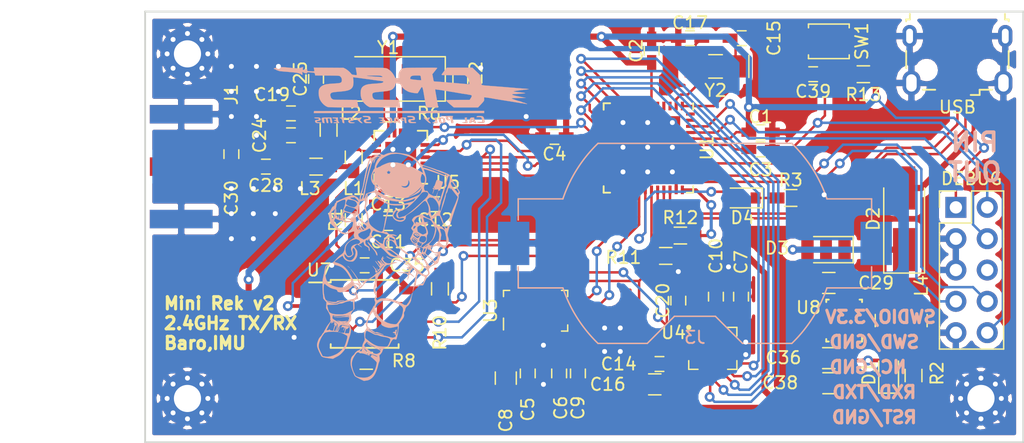
<source format=kicad_pcb>
(kicad_pcb (version 20171130) (host pcbnew "(5.0.0-rc2-dev-311-g1dd4af297)")
  (layers (0 F.Cu signal) (31 B.Cu signal) (34 B.Paste user) (35 F.Paste user) (36 B.SilkS user) (37 F.SilkS user) (38 B.Mask user) (39 F.Mask user) (44 Edge.Cuts user))
  (net 0 "")
  (net 1 3.3V)
  (net 2 GND)
  (net 3 "Net-(C17-Pad2)")
  (net 4 BARO_INT2)
  (net 5 BARO_INT1)
  (net 6 I2C_SDA)
  (net 7 I2C_SCL)
  (net 8 "Net-(C5-Pad1)")
  (net 9 "Net-(L4-Pad2)")
  (net 10 "Net-(L4-Pad1)")
  (net 11 V_BATT)
  (net 12 ACC_GYRO_EN)
  (net 13 ACC_GYRO_INT2)
  (net 14 ACC_GYRO_INT1)
  (net 15 "Net-(C7-Pad1)")
  (net 16 "Net-(C10-Pad1)")
  (net 17 "Net-(C12-Pad1)")
  (net 18 "Net-(R1-Pad2)")
  (net 19 "Net-(L1-Pad2)")
  (net 20 "Net-(L1-Pad1)")
  (net 21 "Net-(C19-Pad1)")
  (net 22 "Net-(C25-Pad2)")
  (net 23 "Net-(C22-Pad1)")
  (net 24 SWDIO)
  (net 25 SWCLK)
  (net 26 "Net-(C28-Pad2)")
  (net 27 "Net-(C28-Pad1)")
  (net 28 "Net-(C3-Pad1)")
  (net 29 "Net-(C15-Pad2)")
  (net 30 "Net-(C29-Pad1)")
  (net 31 MCU_RESET)
  (net 32 "Net-(D1-Pad1)")
  (net 33 VBUS)
  (net 34 D9)
  (net 35 D8)
  (net 36 A4)
  (net 37 A3)
  (net 38 A2)
  (net 39 A1)
  (net 40 AREF)
  (net 41 A0)
  (net 42 MISO)
  (net 43 MOSI)
  (net 44 SCK)
  (net 45 "Net-(J2-Pad4)")
  (net 46 D+)
  (net 47 D-)
  (net 48 RXLED)
  (net 49 A5)
  (net 50 USBHOSTEN)
  (net 51 TXLED)
  (net 52 RXD)
  (net 53 TXD)
  (net 54 D7)
  (net 55 D10)
  (net 56 D13)
  (net 57 D11)
  (net 58 D5)
  (net 59 D2)
  (net 60 "Net-(U1-Pad22)")
  (net 61 D0)
  (net 62 "Net-(J4-Pad6)")
  (net 63 "Net-(D4-Pad1)")
  (module Mounting_Holes:MountingHole_2.2mm_M2_Pad_Via (layer F.Cu) (at 188.468 76.2)
    (fp_text reference REF** hide)
    (fp_text value MountingHole_2.2mm_M2_Pad_Via)
    (pad 1 thru_hole circle (at 0 0) (size 4.4 4.4) (drill 2.2) (layers *.Cu *.Mask) (net 2 GND))
    (pad 1 thru_hole circle (at 1.65 0) (size 0.7 0.7) (drill 0.4) (layers *.Cu *.Mask) (net 2 GND))
    (pad 1 thru_hole circle (at 1.166726 1.166726) (size 0.7 0.7) (drill 0.4) (layers *.Cu *.Mask) (net 2 GND))
    (pad 1 thru_hole circle (at 0 1.65) (size 0.7 0.7) (drill 0.4) (layers *.Cu *.Mask) (net 2 GND))
    (pad 1 thru_hole circle (at -1.166726 1.166726) (size 0.7 0.7) (drill 0.4) (layers *.Cu *.Mask) (net 2 GND))
    (pad 1 thru_hole circle (at -1.65 0) (size 0.7 0.7) (drill 0.4) (layers *.Cu *.Mask) (net 2 GND))
    (pad 1 thru_hole circle (at -1.166726 -1.166726) (size 0.7 0.7) (drill 0.4) (layers *.Cu *.Mask) (net 2 GND))
    (pad 1 thru_hole circle (at 0 -1.65) (size 0.7 0.7) (drill 0.4) (layers *.Cu *.Mask) (net 2 GND))
    (pad 1 thru_hole circle (at 1.166726 -1.166726) (size 0.7 0.7) (drill 0.4) (layers *.Cu *.Mask) (net 2 GND))
  )
  (module Mounting_Holes:MountingHole_2.2mm_M2_Pad_Via (layer F.Cu) (at 188.468 104.14)
    (fp_text reference REF** hide)
    (fp_text value MountingHole_2.2mm_M2_Pad_Via)
    (pad 1 thru_hole circle (at 1.166726 -1.166726) (size 0.7 0.7) (drill 0.4) (layers *.Cu *.Mask) (net 2 GND))
    (pad 1 thru_hole circle (at 0 -1.65) (size 0.7 0.7) (drill 0.4) (layers *.Cu *.Mask) (net 2 GND))
    (pad 1 thru_hole circle (at -1.166726 -1.166726) (size 0.7 0.7) (drill 0.4) (layers *.Cu *.Mask) (net 2 GND))
    (pad 1 thru_hole circle (at -1.65 0) (size 0.7 0.7) (drill 0.4) (layers *.Cu *.Mask) (net 2 GND))
    (pad 1 thru_hole circle (at -1.166726 1.166726) (size 0.7 0.7) (drill 0.4) (layers *.Cu *.Mask) (net 2 GND))
    (pad 1 thru_hole circle (at 0 1.65) (size 0.7 0.7) (drill 0.4) (layers *.Cu *.Mask) (net 2 GND))
    (pad 1 thru_hole circle (at 1.166726 1.166726) (size 0.7 0.7) (drill 0.4) (layers *.Cu *.Mask) (net 2 GND))
    (pad 1 thru_hole circle (at 1.65 0) (size 0.7 0.7) (drill 0.4) (layers *.Cu *.Mask) (net 2 GND))
    (pad 1 thru_hole circle (at 0 0) (size 4.4 4.4) (drill 2.2) (layers *.Cu *.Mask) (net 2 GND))
  )
  (module Housings_SOIC:SOIJ-8_5.3x5.3mm_Pitch1.27mm (layer F.Cu) (at 202.819 97.282)
    (fp_text reference U7 (at -3.683 -3.556) (layer F.SilkS))
    (fp_text value SST26VF064B)
    (pad 8 smd rect (at 3.65 -1.905) (size 1.7 0.65) (layers F.Cu F.Paste F.Mask) (net 1 3.3V))
    (pad 7 smd rect (at 3.65 -0.635) (size 1.7 0.65) (layers F.Cu F.Paste F.Mask) (net 55 D10))
    (pad 6 smd rect (at 3.65 0.635) (size 1.7 0.65) (layers F.Cu F.Paste F.Mask) (net 44 SCK))
    (pad 5 smd rect (at 3.65 1.905) (size 1.7 0.65) (layers F.Cu F.Paste F.Mask) (net 43 MOSI))
    (pad 4 smd rect (at -3.65 1.905) (size 1.7 0.65) (layers F.Cu F.Paste F.Mask) (net 2 GND))
    (pad 3 smd rect (at -3.65 0.635) (size 1.7 0.65) (layers F.Cu F.Paste F.Mask) (net 56 D13))
    (pad 2 smd rect (at -3.65 -0.635) (size 1.7 0.65) (layers F.Cu F.Paste F.Mask) (net 42 MISO))
    (pad 1 smd rect (at -3.65 -1.905) (size 1.7 0.65) (layers F.Cu F.Paste F.Mask) (net 57 D11))
  )
  (module Housings_LGA:LGA-8_3x5mm_Pitch1.25mm (layer F.Cu) (at 216.662 97.028 90)
    (fp_text reference U3 (at 0 -3.65 90) (layer F.SilkS))
    (fp_text value FXPQ3115BV)
    (pad 5 smd rect (at 1.075 1.875 90) (size 0.95 0.55) (layers F.Cu F.Paste F.Mask) (net 4 BARO_INT2))
    (pad 6 smd rect (at 1.075 0.625 90) (size 0.95 0.55) (layers F.Cu F.Paste F.Mask) (net 5 BARO_INT1))
    (pad 7 smd rect (at 1.075 -0.625 90) (size 0.95 0.55) (layers F.Cu F.Paste F.Mask) (net 6 I2C_SDA))
    (pad 8 smd rect (at 1.075 -1.875 90) (size 0.95 0.55) (layers F.Cu F.Paste F.Mask) (net 7 I2C_SCL))
    (pad 3 smd rect (at -1.075 0.625 90) (size 0.95 0.55) (layers F.Cu F.Paste F.Mask) (net 2 GND))
    (pad 2 smd rect (at -1.075 -0.625 90) (size 0.95 0.55) (layers F.Cu F.Paste F.Mask) (net 8 "Net-(C5-Pad1)"))
    (pad 1 smd rect (at -1.075 -1.875 90) (size 0.95 0.55) (layers F.Cu F.Paste F.Mask) (net 1 3.3V))
    (pad 4 smd rect (at -1.075 1.875 90) (size 0.95 0.55) (layers F.Cu F.Paste F.Mask) (net 1 3.3V))
  )
  (module Oddities:TPS630250RNCR (layer F.Cu) (at 241.650509 97.823896 180)
    (fp_text reference U8 (at 2.890509 1.049896 180) (layer F.SilkS))
    (fp_text value TPS630250RNC hide)
    (pad 1 smd rect (at -0.555 -0.489999 180) (size 1.889999 0.319999) (layers F.Cu F.Paste F.Mask) (net 9 "Net-(L4-Pad2)"))
    (pad 2 smd rect (at -0.555 0 180) (size 1.889999 0.319999) (layers F.Cu F.Paste F.Mask) (net 2 GND))
    (pad 3 smd rect (at -0.555 0.489999 180) (size 1.889999 0.319999) (layers F.Cu F.Paste F.Mask) (net 10 "Net-(L4-Pad1)"))
    (pad 4 smd rect (at -0.750001 1.4 270) (size 0.599999 0.24) (layers F.Cu F.Paste F.Mask) (net 30 "Net-(C29-Pad1)"))
    (pad 5 smd rect (at -0.25 1.4 270) (size 0.599999 0.24) (layers F.Cu F.Paste F.Mask) (net 30 "Net-(C29-Pad1)"))
    (pad 6 smd rect (at 0.25 1.4 270) (size 0.599999 0.24) (layers F.Cu F.Paste F.Mask) (net 30 "Net-(C29-Pad1)"))
    (pad 7 smd rect (at 0.750001 1.4 270) (size 0.599999 0.24) (layers F.Cu F.Paste F.Mask) (net 30 "Net-(C29-Pad1)"))
    (pad 8 smd rect (at 1.15 0.499999 180) (size 0.599999 0.24) (layers F.Cu F.Paste F.Mask) (net 30 "Net-(C29-Pad1)"))
    (pad 9 smd rect (at 1.15 0 180) (size 0.599999 0.24) (layers F.Cu F.Paste F.Mask) (net 2 GND))
    (pad 10 smd rect (at 1.15 -0.499999 180) (size 0.599999 0.24) (layers F.Cu F.Paste F.Mask) (net 2 GND))
    (pad 11 smd rect (at 0.750001 -1.4 270) (size 0.599999 0.24) (layers F.Cu F.Paste F.Mask) (net 1 3.3V))
    (pad 12 smd rect (at 0.25 -1.4 270) (size 0.599999 0.24) (layers F.Cu F.Paste F.Mask) (net 1 3.3V))
    (pad 13 smd rect (at -0.25 -1.4 270) (size 0.599999 0.24) (layers F.Cu F.Paste F.Mask) (net 1 3.3V))
    (pad 14 smd rect (at -0.750001 -1.4 270) (size 0.599999 0.24) (layers F.Cu F.Paste F.Mask) (net 1 3.3V))
  )
  (module Housings_LGA:LGA-24L_3x3.5mm_Pitch0.43mm (layer F.Cu) (at 231.013 100.076)
    (fp_text reference U4 (at -3.175 -1.27) (layer F.SilkS))
    (fp_text value LSM9DS1)
    (pad 13 smd rect (at 1.505 1.225) (size 0.23 0.35) (layers F.Cu F.Paste F.Mask) (net 12 ACC_GYRO_EN))
    (pad 12 smd rect (at 1.075 1.225) (size 0.23 0.35) (layers F.Cu F.Paste F.Mask) (net 13 ACC_GYRO_INT2))
    (pad 11 smd rect (at 0.645 1.225) (size 0.23 0.35) (layers F.Cu F.Paste F.Mask) (net 14 ACC_GYRO_INT1))
    (pad 10 smd rect (at 0.215 1.225) (size 0.23 0.35) (layers F.Cu F.Paste F.Mask) (net 34 D9))
    (pad 9 smd rect (at -0.215 1.225) (size 0.23 0.35) (layers F.Cu F.Paste F.Mask) (net 35 D8))
    (pad 8 smd rect (at -0.645 1.225) (size 0.23 0.35) (layers F.Cu F.Paste F.Mask) (net 1 3.3V))
    (pad 7 smd rect (at -1.075 1.225) (size 0.23 0.35) (layers F.Cu F.Paste F.Mask) (net 1 3.3V))
    (pad 6 smd rect (at -1.505 1.225) (size 0.23 0.35) (layers F.Cu F.Paste F.Mask) (net 1 3.3V))
    (pad 18 smd rect (at 1.505 -1.225) (size 0.23 0.35) (layers F.Cu F.Paste F.Mask) (net 2 GND))
    (pad 19 smd rect (at 1.075 -1.225) (size 0.23 0.35) (layers F.Cu F.Paste F.Mask) (net 2 GND))
    (pad 20 smd rect (at 0.645 -1.225) (size 0.23 0.35) (layers F.Cu F.Paste F.Mask) (net 2 GND))
    (pad 21 smd rect (at 0.215 -1.225) (size 0.23 0.35) (layers F.Cu F.Paste F.Mask) (net 15 "Net-(C7-Pad1)"))
    (pad 22 smd rect (at -0.215 -1.225) (size 0.23 0.35) (layers F.Cu F.Paste F.Mask) (net 1 3.3V))
    (pad 23 smd rect (at -0.645 -1.225) (size 0.23 0.35) (layers F.Cu F.Paste F.Mask) (net 1 3.3V))
    (pad 24 smd rect (at -1.075 -1.225) (size 0.23 0.35) (layers F.Cu F.Paste F.Mask) (net 16 "Net-(C10-Pad1)"))
    (pad 14 smd rect (at 1.475 0.645) (size 0.35 0.23) (layers F.Cu F.Paste F.Mask) (net 2 GND))
    (pad 5 smd rect (at -1.475 0.645) (size 0.35 0.23) (layers F.Cu F.Paste F.Mask) (net 1 3.3V))
    (pad 15 smd rect (at 1.475 0.215) (size 0.35 0.23) (layers F.Cu F.Paste F.Mask) (net 2 GND))
    (pad 4 smd rect (at -1.475 0.215) (size 0.35 0.23) (layers F.Cu F.Paste F.Mask) (net 6 I2C_SDA))
    (pad 16 smd rect (at 1.475 -0.215) (size 0.35 0.23) (layers F.Cu F.Paste F.Mask) (net 2 GND))
    (pad 3 smd rect (at -1.475 -0.215) (size 0.35 0.23) (layers F.Cu F.Paste F.Mask) (net 1 3.3V))
    (pad 17 smd rect (at 1.475 -0.645) (size 0.35 0.23) (layers F.Cu F.Paste F.Mask) (net 2 GND))
    (pad 2 smd rect (at -1.475 -0.645) (size 0.35 0.23) (layers F.Cu F.Paste F.Mask) (net 7 I2C_SCL))
    (pad 1 smd rect (at -1.505 -1.225) (size 0.23 0.35) (layers F.Cu F.Paste F.Mask) (net 1 3.3V))
  )
  (module Housings_DFN_QFN:QFN-20-1EP_4x4mm_Pitch0.5mm (layer F.Cu) (at 205.74 84.582 180)
    (fp_text reference U5 (at -3.81 -2.032 180) (layer F.SilkS))
    (fp_text value nRF24L01P)
    (pad 21 smd rect (at -0.625 -0.625 180) (size 1.25 1.25) (layers F.Cu F.Paste F.Mask) (net 2 GND))
    (pad 21 smd rect (at -0.625 0.625 180) (size 1.25 1.25) (layers F.Cu F.Paste F.Mask) (net 2 GND))
    (pad 21 smd rect (at 0.625 -0.625 180) (size 1.25 1.25) (layers F.Cu F.Paste F.Mask) (net 2 GND))
    (pad 21 smd rect (at 0.625 0.625 180) (size 1.25 1.25) (layers F.Cu F.Paste F.Mask) (net 2 GND))
    (pad 20 smd rect (at -1 -1.965 270) (size 0.73 0.3) (layers F.Cu F.Paste F.Mask) (net 2 GND))
    (pad 19 smd rect (at -0.5 -1.965 270) (size 0.73 0.3) (layers F.Cu F.Paste F.Mask) (net 17 "Net-(C12-Pad1)"))
    (pad 18 smd rect (at 0 -1.965 270) (size 0.73 0.3) (layers F.Cu F.Paste F.Mask) (net 1 3.3V))
    (pad 17 smd rect (at 0.5 -1.965 270) (size 0.73 0.3) (layers F.Cu F.Paste F.Mask) (net 2 GND))
    (pad 16 smd rect (at 1 -1.965 270) (size 0.73 0.3) (layers F.Cu F.Paste F.Mask) (net 18 "Net-(R1-Pad2)"))
    (pad 15 smd rect (at 1.965 -1 180) (size 0.73 0.3) (layers F.Cu F.Paste F.Mask) (net 1 3.3V))
    (pad 14 smd rect (at 1.965 -0.5 180) (size 0.73 0.3) (layers F.Cu F.Paste F.Mask) (net 2 GND))
    (pad 13 smd rect (at 1.965 0 180) (size 0.73 0.3) (layers F.Cu F.Paste F.Mask) (net 19 "Net-(L1-Pad2)"))
    (pad 12 smd rect (at 1.965 0.5 180) (size 0.73 0.3) (layers F.Cu F.Paste F.Mask) (net 20 "Net-(L1-Pad1)"))
    (pad 11 smd rect (at 1.965 1 180) (size 0.73 0.3) (layers F.Cu F.Paste F.Mask) (net 21 "Net-(C19-Pad1)"))
    (pad 10 smd rect (at 1 1.965 270) (size 0.73 0.3) (layers F.Cu F.Paste F.Mask) (net 22 "Net-(C25-Pad2)"))
    (pad 9 smd rect (at 0.5 1.965 270) (size 0.73 0.3) (layers F.Cu F.Paste F.Mask) (net 23 "Net-(C22-Pad1)"))
    (pad 8 smd rect (at 0 1.965 270) (size 0.73 0.3) (layers F.Cu F.Paste F.Mask) (net 2 GND))
    (pad 7 smd rect (at -0.5 1.965 270) (size 0.73 0.3) (layers F.Cu F.Paste F.Mask) (net 1 3.3V))
    (pad 6 smd rect (at -1 1.965 270) (size 0.73 0.3) (layers F.Cu F.Paste F.Mask) (net 61 D0))
    (pad 5 smd rect (at -1.965 1 180) (size 0.73 0.3) (layers F.Cu F.Paste F.Mask) (net 42 MISO))
    (pad 4 smd rect (at -1.965 0.5 180) (size 0.73 0.3) (layers F.Cu F.Paste F.Mask) (net 43 MOSI))
    (pad 3 smd rect (at -1.965 0 180) (size 0.73 0.3) (layers F.Cu F.Paste F.Mask) (net 44 SCK))
    (pad 2 smd rect (at -1.965 -0.5 180) (size 0.73 0.3) (layers F.Cu F.Paste F.Mask) (net 59 D2))
    (pad 1 smd rect (at -1.965 -1 180) (size 0.73 0.3) (layers F.Cu F.Paste F.Mask) (net 58 D5))
  )
  (module Battery_Holders:Keystone_1058_1x2032-CoinCell (layer B.Cu) (at 229.564 91.567 180)
    (fp_text reference J3 (at 0 -7.62 180) (layer B.SilkS) (effects (justify mirror)))
    (fp_text value Conn_01x02)
    (pad 2 smd rect (at 14.68 0 180) (size 2.54 3.51) (layers B.Cu B.Paste B.Mask) (net 2 GND))
    (pad 1 smd rect (at -14.68 0 180) (size 2.54 3.51) (layers B.Cu B.Paste B.Mask) (net 11 V_BATT))
  )
  (module Capacitors_SMD:C_0603_HandSoldering (layer F.Cu) (at 216.027 102.108 270)
    (fp_text reference C5 (at 2.921 0 270) (layer F.SilkS))
    (fp_text value 0.1uF)
    (pad 1 smd rect (at -0.95 0 270) (size 1.2 0.75) (layers F.Cu F.Paste F.Mask) (net 8 "Net-(C5-Pad1)"))
    (pad 2 smd rect (at 0.95 0 270) (size 1.2 0.75) (layers F.Cu F.Paste F.Mask) (net 2 GND))
  )
  (module Capacitors_SMD:C_0603_HandSoldering (layer F.Cu) (at 218.567 102.108 270)
    (fp_text reference C6 (at 2.794 -0.127 270) (layer F.SilkS))
    (fp_text value 0.1uF)
    (pad 2 smd rect (at 0.95 0 270) (size 1.2 0.75) (layers F.Cu F.Paste F.Mask) (net 2 GND))
    (pad 1 smd rect (at -0.95 0 270) (size 1.2 0.75) (layers F.Cu F.Paste F.Mask) (net 1 3.3V))
  )
  (module Capacitors_SMD:C_0603_HandSoldering (layer F.Cu) (at 233.299 95.885 90)
    (fp_text reference C7 (at 2.794 0 90) (layer F.SilkS))
    (fp_text value 10nF)
    (pad 1 smd rect (at -0.95 0 90) (size 1.2 0.75) (layers F.Cu F.Paste F.Mask) (net 15 "Net-(C7-Pad1)"))
    (pad 2 smd rect (at 0.95 0 90) (size 1.2 0.75) (layers F.Cu F.Paste F.Mask) (net 2 GND))
  )
  (module Capacitors_SMD:C_0805_HandSoldering (layer F.Cu) (at 214.249 102.489 270)
    (fp_text reference C8 (at 3.429 0 270) (layer F.SilkS))
    (fp_text value 10uF)
    (pad 1 smd rect (at -1.25 0 270) (size 1.5 1.25) (layers F.Cu F.Paste F.Mask) (net 1 3.3V))
    (pad 2 smd rect (at 1.25 0 270) (size 1.5 1.25) (layers F.Cu F.Paste F.Mask) (net 2 GND))
  )
  (module Capacitors_SMD:C_0603_HandSoldering (layer F.Cu) (at 220.091 102.108 270)
    (fp_text reference C9 (at 2.794 0 270) (layer F.SilkS))
    (fp_text value 0.1uF)
    (pad 2 smd rect (at 0.95 0 270) (size 1.2 0.75) (layers F.Cu F.Paste F.Mask) (net 2 GND))
    (pad 1 smd rect (at -0.95 0 270) (size 1.2 0.75) (layers F.Cu F.Paste F.Mask) (net 1 3.3V))
  )
  (module Capacitors_SMD:C_0603_HandSoldering (layer F.Cu) (at 231.267 95.885 90)
    (fp_text reference C10 (at 3.302 0 90) (layer F.SilkS))
    (fp_text value 0.1uF)
    (pad 2 smd rect (at 0.95 0 90) (size 1.2 0.75) (layers F.Cu F.Paste F.Mask) (net 2 GND))
    (pad 1 smd rect (at -0.95 0 90) (size 1.2 0.75) (layers F.Cu F.Paste F.Mask) (net 16 "Net-(C10-Pad1)"))
  )
  (module Capacitors_SMD:C_0603_HandSoldering (layer F.Cu) (at 204.724 89.916 180)
    (fp_text reference C11 (at 0 -1.524 180) (layer F.SilkS))
    (fp_text value 10nF)
    (pad 2 smd rect (at 0.95 0 180) (size 1.2 0.75) (layers F.Cu F.Paste F.Mask) (net 2 GND))
    (pad 1 smd rect (at -0.95 0 180) (size 1.2 0.75) (layers F.Cu F.Paste F.Mask) (net 1 3.3V))
  )
  (module Capacitors_SMD:C_0603_HandSoldering (layer F.Cu) (at 208.534 88.392)
    (fp_text reference C12 (at 0 1.27) (layer F.SilkS))
    (fp_text value 33nF)
    (pad 1 smd rect (at -0.95 0) (size 1.2 0.75) (layers F.Cu F.Paste F.Mask) (net 17 "Net-(C12-Pad1)"))
    (pad 2 smd rect (at 0.95 0) (size 1.2 0.75) (layers F.Cu F.Paste F.Mask) (net 2 GND))
  )
  (module Capacitors_SMD:C_0603_HandSoldering (layer F.Cu) (at 204.724 88.392 180)
    (fp_text reference C13 (at 0 0 180) (layer F.SilkS))
    (fp_text value 1nF)
    (pad 1 smd rect (at -0.95 0 180) (size 1.2 0.75) (layers F.Cu F.Paste F.Mask) (net 1 3.3V))
    (pad 2 smd rect (at 0.95 0 180) (size 1.2 0.75) (layers F.Cu F.Paste F.Mask) (net 2 GND))
  )
  (module Capacitors_SMD:C_0603_HandSoldering (layer F.Cu) (at 226.695 101.346 180)
    (fp_text reference C14 (at 3.302 0 180) (layer F.SilkS))
    (fp_text value 0.1uF)
    (pad 1 smd rect (at -0.95 0 180) (size 1.2 0.75) (layers F.Cu F.Paste F.Mask) (net 1 3.3V))
    (pad 2 smd rect (at 0.95 0 180) (size 1.2 0.75) (layers F.Cu F.Paste F.Mask) (net 2 GND))
  )
  (module Capacitors_SMD:C_0805_HandSoldering (layer F.Cu) (at 226.314 102.997 180)
    (fp_text reference C16 (at 3.81 0 180) (layer F.SilkS))
    (fp_text value 10uF)
    (pad 2 smd rect (at 1.25 0 180) (size 1.5 1.25) (layers F.Cu F.Paste F.Mask) (net 2 GND))
    (pad 1 smd rect (at -1.25 0 180) (size 1.5 1.25) (layers F.Cu F.Paste F.Mask) (net 1 3.3V))
  )
  (module Capacitors_SMD:C_0603_HandSoldering (layer F.Cu) (at 196.85 81.026 180)
    (fp_text reference C19 (at 1.524 1.524 180) (layer F.SilkS))
    (fp_text value 4.7pF)
    (pad 1 smd rect (at -0.95 0 180) (size 1.2 0.75) (layers F.Cu F.Paste F.Mask) (net 21 "Net-(C19-Pad1)"))
    (pad 2 smd rect (at 0.95 0 180) (size 1.2 0.75) (layers F.Cu F.Paste F.Mask) (net 2 GND))
  )
  (module Capacitors_SMD:C_0603_HandSoldering (layer F.Cu) (at 228.219 96.205 90)
    (fp_text reference C20 (at 0 -1.25 90) (layer F.SilkS))
    (fp_text value 0.1uF)
    (pad 2 smd rect (at 0.95 0 90) (size 1.2 0.75) (layers F.Cu F.Paste F.Mask) (net 2 GND))
    (pad 1 smd rect (at -0.95 0 90) (size 1.2 0.75) (layers F.Cu F.Paste F.Mask) (net 1 3.3V))
  )
  (module Capacitors_SMD:C_0603_HandSoldering (layer F.Cu) (at 210.566 78.232 90)
    (fp_text reference C22 (at 0 1.27 90) (layer F.SilkS))
    (fp_text value 10pF)
    (pad 1 smd rect (at -0.95 0 90) (size 1.2 0.75) (layers F.Cu F.Paste F.Mask) (net 23 "Net-(C22-Pad1)"))
    (pad 2 smd rect (at 0.95 0 90) (size 1.2 0.75) (layers F.Cu F.Paste F.Mask) (net 2 GND))
  )
  (module Capacitors_SMD:C_0603_HandSoldering (layer F.Cu) (at 196.85 82.804 180)
    (fp_text reference C24 (at 2.54 0 90) (layer F.SilkS))
    (fp_text value 2.2nF)
    (pad 2 smd rect (at 0.95 0 180) (size 1.2 0.75) (layers F.Cu F.Paste F.Mask) (net 2 GND))
    (pad 1 smd rect (at -0.95 0 180) (size 1.2 0.75) (layers F.Cu F.Paste F.Mask) (net 21 "Net-(C19-Pad1)"))
  )
  (module Capacitors_SMD:C_0603_HandSoldering (layer F.Cu) (at 198.882 78.232 270)
    (fp_text reference C25 (at 0 1.27 270) (layer F.SilkS))
    (fp_text value 10pF)
    (pad 2 smd rect (at 0.95 0 270) (size 1.2 0.75) (layers F.Cu F.Paste F.Mask) (net 22 "Net-(C25-Pad2)"))
    (pad 1 smd rect (at -0.95 0 270) (size 1.2 0.75) (layers F.Cu F.Paste F.Mask) (net 2 GND))
  )
  (module Capacitors_SMD:C_0603_HandSoldering (layer F.Cu) (at 194.818 85.344 180)
    (fp_text reference C28 (at 0 -1.524 180) (layer F.SilkS))
    (fp_text value 15pF)
    (pad 2 smd rect (at 0.95 0 180) (size 1.2 0.75) (layers F.Cu F.Paste F.Mask) (net 26 "Net-(C28-Pad2)"))
    (pad 1 smd rect (at -0.95 0 180) (size 1.2 0.75) (layers F.Cu F.Paste F.Mask) (net 27 "Net-(C28-Pad1)"))
  )
  (module Capacitors_SMD:C_0805_HandSoldering (layer F.Cu) (at 240.407509 94.775896 180)
    (fp_text reference C29 (at -3.83 0 180) (layer F.SilkS))
    (fp_text value 10uF)
    (pad 2 smd rect (at 1.25 0 180) (size 1.5 1.25) (layers F.Cu F.Paste F.Mask) (net 2 GND))
    (pad 1 smd rect (at -1.25 0 180) (size 1.5 1.25) (layers F.Cu F.Paste F.Mask) (net 30 "Net-(C29-Pad1)"))
  )
  (module Capacitors_SMD:C_0603_HandSoldering (layer F.Cu) (at 192.024 84.328 90)
    (fp_text reference C30 (at -3.556 0 90) (layer F.SilkS))
    (fp_text value 1.5pF)
    (pad 1 smd rect (at -0.95 0 90) (size 1.2 0.75) (layers F.Cu F.Paste F.Mask) (net 26 "Net-(C28-Pad2)"))
    (pad 2 smd rect (at 0.95 0 90) (size 1.2 0.75) (layers F.Cu F.Paste F.Mask) (net 2 GND))
  )
  (module Capacitors_SMD:C_0603_HandSoldering (layer F.Cu) (at 202.819 93.345 180)
    (fp_text reference C35 (at -3.429 0 180) (layer F.SilkS))
    (fp_text value 0.1uF)
    (pad 1 smd rect (at -0.95 0 180) (size 1.2 0.75) (layers F.Cu F.Paste F.Mask) (net 1 3.3V))
    (pad 2 smd rect (at 0.95 0 180) (size 1.2 0.75) (layers F.Cu F.Paste F.Mask) (net 2 GND))
  )
  (module Capacitors_SMD:C_0805_HandSoldering (layer F.Cu) (at 240.407509 100.871896 180)
    (fp_text reference C36 (at 3.679509 0.033896 180) (layer F.SilkS))
    (fp_text value 22uF)
    (pad 2 smd rect (at 1.25 0 180) (size 1.5 1.25) (layers F.Cu F.Paste F.Mask) (net 2 GND))
    (pad 1 smd rect (at -1.25 0 180) (size 1.5 1.25) (layers F.Cu F.Paste F.Mask) (net 1 3.3V))
  )
  (module Capacitors_SMD:C_0805_HandSoldering (layer F.Cu) (at 240.427509 102.903896 180)
    (fp_text reference C38 (at 3.953509 0.033896 180) (layer F.SilkS))
    (fp_text value 22uF)
    (pad 1 smd rect (at -1.25 0 180) (size 1.5 1.25) (layers F.Cu F.Paste F.Mask) (net 1 3.3V))
    (pad 2 smd rect (at 1.25 0 180) (size 1.5 1.25) (layers F.Cu F.Paste F.Mask) (net 2 GND))
  )
  (module Connectors_Amphenol:Amphenol_RF_SMA_132289 (layer F.Cu) (at 187.96 85.344 180)
    (fp_text reference J1 (at -4.064 5.842 90) (layer F.SilkS))
    (fp_text value Conn_01x02)
    (pad 1 smd rect (at 0 0 270) (size 1.5 5.08) (layers F.Cu F.Paste F.Mask) (net 26 "Net-(C28-Pad2)"))
    (pad 2 smd rect (at 0 -4.25 270) (size 1.5 5.08) (layers F.Cu F.Paste F.Mask) (net 2 GND))
    (pad 2 smd rect (at 0 4.25 270) (size 1.5 5.08) (layers F.Cu F.Paste F.Mask) (net 2 GND))
    (pad 2 smd rect (at 0 -4.25 270) (size 1.5 5.08) (layers B.Cu B.Paste B.Mask) (net 2 GND))
    (pad 2 smd rect (at 0 4.25 270) (size 1.5 5.08) (layers B.Cu B.Paste B.Mask) (net 2 GND))
  )
  (module Inductors_SMD:L_0603_HandSoldering (layer F.Cu) (at 201.93 84.582 270)
    (fp_text reference L1 (at 2.54 0) (layer F.SilkS))
    (fp_text value 12nH)
    (pad 2 smd rect (at 1.1 0 270) (size 1.2 0.9) (layers F.Cu F.Paste F.Mask) (net 19 "Net-(L1-Pad2)"))
    (pad 1 smd rect (at -1.1 0 270) (size 1.2 0.9) (layers F.Cu F.Paste F.Mask) (net 20 "Net-(L1-Pad1)"))
  )
  (module Inductors_SMD:L_0603_HandSoldering (layer F.Cu) (at 199.898 82.38 270)
    (fp_text reference L2 (at -1.354 -1.778) (layer F.SilkS))
    (fp_text value 2.3nH)
    (pad 1 smd rect (at -1.1 0 270) (size 1.2 0.9) (layers F.Cu F.Paste F.Mask) (net 21 "Net-(C19-Pad1)"))
    (pad 2 smd rect (at 1.1 0 270) (size 1.2 0.9) (layers F.Cu F.Paste F.Mask) (net 20 "Net-(L1-Pad1)"))
  )
  (module Inductors_SMD:L_0603_HandSoldering (layer F.Cu) (at 198.882 85.344 180)
    (fp_text reference L3 (at 0.508 -1.778 180) (layer F.SilkS))
    (fp_text value 7.9nH)
    (pad 2 smd rect (at 1.1 0 180) (size 1.2 0.9) (layers F.Cu F.Paste F.Mask) (net 27 "Net-(C28-Pad1)"))
    (pad 1 smd rect (at -1.1 0 180) (size 1.2 0.9) (layers F.Cu F.Paste F.Mask) (net 19 "Net-(L1-Pad2)"))
  )
  (module Inductors_SMD:L_Wuerth_MAPI-4030 (layer F.Cu) (at 246.269509 97.823896 270)
    (fp_text reference L4 (at -2.827896 -1.634491 90) (layer F.SilkS))
    (fp_text value 1uH)
    (pad 2 smd rect (at 1.185 0 270) (size 0.98 3.7) (layers F.Cu F.Paste F.Mask) (net 9 "Net-(L4-Pad2)"))
    (pad 1 smd rect (at -1.185 0 270) (size 0.98 3.7) (layers F.Cu F.Paste F.Mask) (net 10 "Net-(L4-Pad1)"))
  )
  (module Resistors_SMD:R_0603_HandSoldering (layer F.Cu) (at 201.93 89.662 90)
    (fp_text reference R1 (at 0 -1.45 90) (layer F.SilkS))
    (fp_text value 22k)
    (pad 1 smd rect (at -1.1 0 90) (size 1.2 0.9) (layers F.Cu F.Paste F.Mask) (net 2 GND))
    (pad 2 smd rect (at 1.1 0 90) (size 1.2 0.9) (layers F.Cu F.Paste F.Mask) (net 18 "Net-(R1-Pad2)"))
  )
  (module Resistors_SMD:R_0603_HandSoldering (layer F.Cu) (at 204.978 81.026)
    (fp_text reference R6 (at 3.048 0) (layer F.SilkS))
    (fp_text value 1M)
    (pad 2 smd rect (at 1.1 0) (size 1.2 0.9) (layers F.Cu F.Paste F.Mask) (net 23 "Net-(C22-Pad1)"))
    (pad 1 smd rect (at -1.1 0) (size 1.2 0.9) (layers F.Cu F.Paste F.Mask) (net 22 "Net-(C25-Pad2)"))
  )
  (module Resistors_SMD:R_0603_HandSoldering (layer F.Cu) (at 202.946 101.092)
    (fp_text reference R8 (at 3.048 0) (layer F.SilkS))
    (fp_text value 4.7k)
    (pad 1 smd rect (at -1.1 0) (size 1.2 0.9) (layers F.Cu F.Paste F.Mask) (net 56 D13))
    (pad 2 smd rect (at 1.1 0) (size 1.2 0.9) (layers F.Cu F.Paste F.Mask) (net 1 3.3V))
  )
  (module Resistors_SMD:R_0603_HandSoldering (layer F.Cu) (at 208.915 95.25 270)
    (fp_text reference R10 (at 3.556 0 270) (layer F.SilkS))
    (fp_text value 4.7k)
    (pad 2 smd rect (at 1.1 0 270) (size 1.2 0.9) (layers F.Cu F.Paste F.Mask) (net 55 D10))
    (pad 1 smd rect (at -1.1 0 270) (size 1.2 0.9) (layers F.Cu F.Paste F.Mask) (net 1 3.3V))
  )
  (module Crystals:Crystal_SMD_Abracon_ABM3-2pin_5.0x3.2mm_HandSoldering (layer F.Cu) (at 204.724 78.232 180)
    (fp_text reference Y1 (at 0 2.54 180) (layer F.SilkS))
    (fp_text value Crystal)
    (pad 2 smd rect (at 2.7625 0 180) (size 3.325 2.4) (layers F.Cu F.Paste F.Mask) (net 22 "Net-(C25-Pad2)"))
    (pad 1 smd rect (at -2.7625 0 180) (size 3.325 2.4) (layers F.Cu F.Paste F.Mask) (net 23 "Net-(C22-Pad1)"))
  )
  (module Diodes_SMD:D_0805 (layer F.Cu) (at 245.253509 102.107896 90)
    (fp_text reference D1 (at 0 -1.6 90) (layer F.SilkS))
    (fp_text value LED)
    (pad 2 smd rect (at 1.05 0 90) (size 0.8 0.9) (layers F.Cu F.Paste F.Mask) (net 1 3.3V))
    (pad 1 smd rect (at -1.05 0 90) (size 0.8 0.9) (layers F.Cu F.Paste F.Mask) (net 32 "Net-(D1-Pad1)"))
  )
  (module Diodes_SMD:D_SMA_Handsoldering (layer F.Cu) (at 246.507 89.575 90)
    (fp_text reference D2 (at 0 -2.5 90) (layer F.SilkS))
    (fp_text value D_Schottky)
    (pad 2 smd rect (at 2.5 0 90) (size 3.5 1.8) (layers F.Cu F.Paste F.Mask) (net 33 VBUS))
    (pad 1 smd rect (at -2.5 0 90) (size 3.5 1.8) (layers F.Cu F.Paste F.Mask) (net 30 "Net-(C29-Pad1)"))
  )
  (module Diodes_SMD:D_1206 (layer F.Cu) (at 240.181 92.075 180)
    (fp_text reference D3 (at 3.961 0.127 180) (layer F.SilkS))
    (fp_text value D_Schottky)
    (pad 2 smd rect (at 1.5 0 180) (size 1 1.6) (layers F.Cu F.Paste F.Mask) (net 11 V_BATT))
    (pad 1 smd rect (at -1.5 0 180) (size 1 1.6) (layers F.Cu F.Paste F.Mask) (net 30 "Net-(C29-Pad1)"))
  )
  (module Crystals:Crystal_SMD_EuroQuartz_EQ161-2pin_3.2x1.5mm_HandSoldering (layer F.Cu) (at 231.234839 77.216 180)
    (fp_text reference Y2 (at 0 -1.95 180) (layer F.SilkS))
    (fp_text value ABS07-32.768KHZ-9-T)
    (pad 2 smd rect (at 1.625 0 180) (size 1.75 1.8) (layers F.Cu F.Paste F.Mask) (net 3 "Net-(C17-Pad2)"))
    (pad 1 smd rect (at -1.625 0 180) (size 1.75 1.8) (layers F.Cu F.Paste F.Mask) (net 29 "Net-(C15-Pad2)"))
  )
  (module Capacitors_SMD:C_0603_HandSoldering (layer F.Cu) (at 234.884 82.55)
    (fp_text reference C1 (at 0 -1.25) (layer F.SilkS))
    (fp_text value 0.1u)
    (pad 2 smd rect (at 0.95 0) (size 1.2 0.75) (layers F.Cu F.Paste F.Mask) (net 2 GND))
    (pad 1 smd rect (at -0.95 0) (size 1.2 0.75) (layers F.Cu F.Paste F.Mask) (net 1 3.3V))
  )
  (module Capacitors_SMD:C_0603_HandSoldering (layer F.Cu) (at 226.06 75.946 90)
    (fp_text reference C2 (at 0 -1.25 90) (layer F.SilkS))
    (fp_text value 0.1u)
    (pad 2 smd rect (at 0.95 0 90) (size 1.2 0.75) (layers F.Cu F.Paste F.Mask) (net 2 GND))
    (pad 1 smd rect (at -0.95 0 90) (size 1.2 0.75) (layers F.Cu F.Paste F.Mask) (net 1 3.3V))
  )
  (module Capacitors_SMD:C_0603_HandSoldering (layer F.Cu) (at 234.884 83.947)
    (fp_text reference C3 (at 0 1.651) (layer F.SilkS))
    (fp_text value 1u)
    (pad 1 smd rect (at -0.95 0) (size 1.2 0.75) (layers F.Cu F.Paste F.Mask) (net 28 "Net-(C3-Pad1)"))
    (pad 2 smd rect (at 0.95 0) (size 1.2 0.75) (layers F.Cu F.Paste F.Mask) (net 2 GND))
  )
  (module Capacitors_SMD:C_0603_HandSoldering (layer F.Cu) (at 218.186 82.931 180)
    (fp_text reference C4 (at 0 -1.397 180) (layer F.SilkS))
    (fp_text value 0.1u)
    (pad 2 smd rect (at 0.95 0 180) (size 1.2 0.75) (layers F.Cu F.Paste F.Mask) (net 2 GND))
    (pad 1 smd rect (at -0.95 0 180) (size 1.2 0.75) (layers F.Cu F.Paste F.Mask) (net 1 3.3V))
  )
  (module Capacitors_SMD:C_0603_HandSoldering (layer F.Cu) (at 233.358839 74.93 180)
    (fp_text reference C15 (at -2.607161 0 90) (layer F.SilkS))
    (fp_text value 10p)
    (pad 1 smd rect (at -0.95 0 180) (size 1.2 0.75) (layers F.Cu F.Paste F.Mask) (net 2 GND))
    (pad 2 smd rect (at 0.95 0 180) (size 1.2 0.75) (layers F.Cu F.Paste F.Mask) (net 29 "Net-(C15-Pad2)"))
  )
  (module Capacitors_SMD:C_0603_HandSoldering (layer F.Cu) (at 229.167839 74.93)
    (fp_text reference C17 (at 0 -1.25) (layer F.SilkS))
    (fp_text value 10p)
    (pad 1 smd rect (at -0.95 0) (size 1.2 0.75) (layers F.Cu F.Paste F.Mask) (net 2 GND))
    (pad 2 smd rect (at 0.95 0) (size 1.2 0.75) (layers F.Cu F.Paste F.Mask) (net 3 "Net-(C17-Pad2)"))
  )
  (module Connectors_USB:USB_Micro-B_Wuerth-629105150521 (layer F.Cu) (at 250.825 76.708 180)
    (fp_text reference USB (at 0 -3.81 180) (layer F.SilkS))
    (fp_text value USB_B_Micro)
    (pad "" np_thru_hole oval (at 2.5 -0.8 180) (size 0.8 0.8) (drill 0.8) (layers *.Cu *.Mask))
    (pad "" np_thru_hole oval (at -2.5 -0.8 180) (size 0.8 0.8) (drill 0.8) (layers *.Cu *.Mask))
    (pad 6 thru_hole oval (at 3.875 1.95 180) (size 1.15 1.8) (drill oval 0.55 1.2) (layers *.Cu *.Mask) (net 2 GND))
    (pad 6 thru_hole oval (at -3.875 1.95 180) (size 1.15 1.8) (drill oval 0.55 1.2) (layers *.Cu *.Mask) (net 2 GND))
    (pad 6 thru_hole oval (at 3.725 -1.85 180) (size 1.45 2) (drill oval 0.85 1.4) (layers *.Cu *.Mask) (net 2 GND))
    (pad 6 thru_hole oval (at -3.725 -1.85 180) (size 1.45 2) (drill oval 0.85 1.4) (layers *.Cu *.Mask) (net 2 GND))
    (pad 5 smd rect (at 1.3 -1.9 180) (size 0.45 1.3) (layers F.Cu F.Paste F.Mask) (net 2 GND))
    (pad 4 smd rect (at 0.65 -1.9 180) (size 0.45 1.3) (layers F.Cu F.Paste F.Mask) (net 45 "Net-(J2-Pad4)"))
    (pad 3 smd rect (at 0 -1.9 180) (size 0.45 1.3) (layers F.Cu F.Paste F.Mask) (net 46 D+))
    (pad 2 smd rect (at -0.65 -1.9 180) (size 0.45 1.3) (layers F.Cu F.Paste F.Mask) (net 47 D-))
    (pad 1 smd rect (at -1.3 -1.9 180) (size 0.45 1.3) (layers F.Cu F.Paste F.Mask) (net 33 VBUS))
  )
  (module Resistors_SMD:R_0603_HandSoldering (layer F.Cu) (at 247.269 102.278 90)
    (fp_text reference R2 (at 0.17 1.905 90) (layer F.SilkS))
    (fp_text value 4.7k)
    (pad 2 smd rect (at 1.1 0 90) (size 1.2 0.9) (layers F.Cu F.Paste F.Mask) (net 2 GND))
    (pad 1 smd rect (at -1.1 0 90) (size 1.2 0.9) (layers F.Cu F.Paste F.Mask) (net 32 "Net-(D1-Pad1)"))
  )
  (module Resistors_SMD:R_0603_HandSoldering (layer F.Cu) (at 227.203 92.583)
    (fp_text reference R11 (at -3.429 0.127) (layer F.SilkS))
    (fp_text value 4.7k)
    (pad 1 smd rect (at -1.1 0) (size 1.2 0.9) (layers F.Cu F.Paste F.Mask) (net 6 I2C_SDA))
    (pad 2 smd rect (at 1.1 0) (size 1.2 0.9) (layers F.Cu F.Paste F.Mask) (net 1 3.3V))
  )
  (module Resistors_SMD:R_0603_HandSoldering (layer F.Cu) (at 228.389 90.932)
    (fp_text reference R12 (at 0 -1.45) (layer F.SilkS))
    (fp_text value 4.7k)
    (pad 2 smd rect (at 1.1 0) (size 1.2 0.9) (layers F.Cu F.Paste F.Mask) (net 1 3.3V))
    (pad 1 smd rect (at -1.1 0) (size 1.2 0.9) (layers F.Cu F.Paste F.Mask) (net 7 I2C_SCL))
  )
  (module Housings_DFN_QFN:QFN-48-1EP_7x7mm_Pitch0.5mm (layer F.Cu) (at 225.79725 83.82875 270)
    (fp_text reference U1 (at 0 -4.75 270) (layer F.SilkS))
    (fp_text value ATSAMD21G18_QFN)
    (pad 49 smd rect (at -1.93125 -1.93125 270) (size 1.2875 1.2875) (layers F.Cu F.Paste F.Mask) (net 2 GND))
    (pad 49 smd rect (at -1.93125 -0.64375 270) (size 1.2875 1.2875) (layers F.Cu F.Paste F.Mask) (net 2 GND))
    (pad 49 smd rect (at -1.93125 0.64375 270) (size 1.2875 1.2875) (layers F.Cu F.Paste F.Mask) (net 2 GND))
    (pad 49 smd rect (at -1.93125 1.93125 270) (size 1.2875 1.2875) (layers F.Cu F.Paste F.Mask) (net 2 GND))
    (pad 49 smd rect (at -0.64375 -1.93125 270) (size 1.2875 1.2875) (layers F.Cu F.Paste F.Mask) (net 2 GND))
    (pad 49 smd rect (at -0.64375 -0.64375 270) (size 1.2875 1.2875) (layers F.Cu F.Paste F.Mask) (net 2 GND))
    (pad 49 smd rect (at -0.64375 0.64375 270) (size 1.2875 1.2875) (layers F.Cu F.Paste F.Mask) (net 2 GND))
    (pad 49 smd rect (at -0.64375 1.93125 270) (size 1.2875 1.2875) (layers F.Cu F.Paste F.Mask) (net 2 GND))
    (pad 49 smd rect (at 0.64375 -1.93125 270) (size 1.2875 1.2875) (layers F.Cu F.Paste F.Mask) (net 2 GND))
    (pad 49 smd rect (at 0.64375 -0.64375 270) (size 1.2875 1.2875) (layers F.Cu F.Paste F.Mask) (net 2 GND))
    (pad 49 smd rect (at 0.64375 0.64375 270) (size 1.2875 1.2875) (layers F.Cu F.Paste F.Mask) (net 2 GND))
    (pad 49 smd rect (at 0.64375 1.93125 270) (size 1.2875 1.2875) (layers F.Cu F.Paste F.Mask) (net 2 GND))
    (pad 49 smd rect (at 1.93125 -1.93125 270) (size 1.2875 1.2875) (layers F.Cu F.Paste F.Mask) (net 2 GND))
    (pad 49 smd rect (at 1.93125 -0.64375 270) (size 1.2875 1.2875) (layers F.Cu F.Paste F.Mask) (net 2 GND))
    (pad 49 smd rect (at 1.93125 0.64375 270) (size 1.2875 1.2875) (layers F.Cu F.Paste F.Mask) (net 2 GND))
    (pad 49 smd rect (at 1.93125 1.93125 270) (size 1.2875 1.2875) (layers F.Cu F.Paste F.Mask) (net 2 GND))
    (pad 48 smd rect (at -2.75 -3.4) (size 0.7 0.25) (layers F.Cu F.Paste F.Mask) (net 48 RXLED))
    (pad 47 smd rect (at -2.25 -3.4) (size 0.7 0.25) (layers F.Cu F.Paste F.Mask) (net 49 A5))
    (pad 46 smd rect (at -1.75 -3.4) (size 0.7 0.25) (layers F.Cu F.Paste F.Mask) (net 24 SWDIO))
    (pad 45 smd rect (at -1.25 -3.4) (size 0.7 0.25) (layers F.Cu F.Paste F.Mask) (net 25 SWCLK))
    (pad 44 smd rect (at -0.75 -3.4) (size 0.7 0.25) (layers F.Cu F.Paste F.Mask) (net 1 3.3V))
    (pad 43 smd rect (at -0.25 -3.4) (size 0.7 0.25) (layers F.Cu F.Paste F.Mask) (net 28 "Net-(C3-Pad1)"))
    (pad 42 smd rect (at 0.25 -3.4) (size 0.7 0.25) (layers F.Cu F.Paste F.Mask) (net 2 GND))
    (pad 41 smd rect (at 0.75 -3.4) (size 0.7 0.25) (layers F.Cu F.Paste F.Mask) (net 50 USBHOSTEN))
    (pad 40 smd rect (at 1.25 -3.4) (size 0.7 0.25) (layers F.Cu F.Paste F.Mask) (net 31 MCU_RESET))
    (pad 39 smd rect (at 1.75 -3.4) (size 0.7 0.25) (layers F.Cu F.Paste F.Mask) (net 51 TXLED))
    (pad 38 smd rect (at 2.25 -3.4) (size 0.7 0.25) (layers F.Cu F.Paste F.Mask) (net 52 RXD))
    (pad 37 smd rect (at 2.75 -3.4) (size 0.7 0.25) (layers F.Cu F.Paste F.Mask) (net 53 TXD))
    (pad 36 smd rect (at 3.4 -2.75 270) (size 0.7 0.25) (layers F.Cu F.Paste F.Mask) (net 1 3.3V))
    (pad 35 smd rect (at 3.4 -2.25 270) (size 0.7 0.25) (layers F.Cu F.Paste F.Mask) (net 2 GND))
    (pad 34 smd rect (at 3.4 -1.75 270) (size 0.7 0.25) (layers F.Cu F.Paste F.Mask) (net 46 D+))
    (pad 33 smd rect (at 3.4 -1.25 270) (size 0.7 0.25) (layers F.Cu F.Paste F.Mask) (net 47 D-))
    (pad 32 smd rect (at 3.4 -0.75 270) (size 0.7 0.25) (layers F.Cu F.Paste F.Mask) (net 7 I2C_SCL))
    (pad 31 smd rect (at 3.4 -0.25 270) (size 0.7 0.25) (layers F.Cu F.Paste F.Mask) (net 6 I2C_SDA))
    (pad 30 smd rect (at 3.4 0.25 270) (size 0.7 0.25) (layers F.Cu F.Paste F.Mask) (net 54 D7))
    (pad 29 smd rect (at 3.4 0.75 270) (size 0.7 0.25) (layers F.Cu F.Paste F.Mask) (net 5 BARO_INT1))
    (pad 28 smd rect (at 3.4 1.25 270) (size 0.7 0.25) (layers F.Cu F.Paste F.Mask) (net 4 BARO_INT2))
    (pad 27 smd rect (at 3.4 1.75 270) (size 0.7 0.25) (layers F.Cu F.Paste F.Mask) (net 55 D10))
    (pad 26 smd rect (at 3.4 2.25 270) (size 0.7 0.25) (layers F.Cu F.Paste F.Mask) (net 56 D13))
    (pad 25 smd rect (at 3.4 2.75 270) (size 0.7 0.25) (layers F.Cu F.Paste F.Mask) (net 57 D11))
    (pad 24 smd rect (at 2.75 3.4) (size 0.7 0.25) (layers F.Cu F.Paste F.Mask) (net 58 D5))
    (pad 23 smd rect (at 2.25 3.4) (size 0.7 0.25) (layers F.Cu F.Paste F.Mask) (net 59 D2))
    (pad 22 smd rect (at 1.75 3.4) (size 0.7 0.25) (layers F.Cu F.Paste F.Mask) (net 60 "Net-(U1-Pad22)"))
    (pad 21 smd rect (at 1.25 3.4) (size 0.7 0.25) (layers F.Cu F.Paste F.Mask) (net 42 MISO))
    (pad 20 smd rect (at 0.75 3.4) (size 0.7 0.25) (layers F.Cu F.Paste F.Mask) (net 44 SCK))
    (pad 19 smd rect (at 0.25 3.4) (size 0.7 0.25) (layers F.Cu F.Paste F.Mask) (net 43 MOSI))
    (pad 18 smd rect (at -0.25 3.4) (size 0.7 0.25) (layers F.Cu F.Paste F.Mask) (net 2 GND))
    (pad 17 smd rect (at -0.75 3.4) (size 0.7 0.25) (layers F.Cu F.Paste F.Mask) (net 1 3.3V))
    (pad 16 smd rect (at -1.25 3.4) (size 0.7 0.25) (layers F.Cu F.Paste F.Mask) (net 61 D0))
    (pad 15 smd rect (at -1.75 3.4) (size 0.7 0.25) (layers F.Cu F.Paste F.Mask) (net 12 ACC_GYRO_EN))
    (pad 14 smd rect (at -2.25 3.4) (size 0.7 0.25) (layers F.Cu F.Paste F.Mask) (net 13 ACC_GYRO_INT2))
    (pad 13 smd rect (at -2.75 3.4) (size 0.7 0.25) (layers F.Cu F.Paste F.Mask) (net 14 ACC_GYRO_INT1))
    (pad 12 smd rect (at -3.4 2.75 270) (size 0.7 0.25) (layers F.Cu F.Paste F.Mask) (net 34 D9))
    (pad 11 smd rect (at -3.4 2.25 270) (size 0.7 0.25) (layers F.Cu F.Paste F.Mask) (net 35 D8))
    (pad 10 smd rect (at -3.4 1.75 270) (size 0.7 0.25) (layers F.Cu F.Paste F.Mask) (net 36 A4))
    (pad 9 smd rect (at -3.4 1.25 270) (size 0.7 0.25) (layers F.Cu F.Paste F.Mask) (net 37 A3))
    (pad 8 smd rect (at -3.4 0.75 270) (size 0.7 0.25) (layers F.Cu F.Paste F.Mask) (net 38 A2))
    (pad 7 smd rect (at -3.4 0.25 270) (size 0.7 0.25) (layers F.Cu F.Paste F.Mask) (net 39 A1))
    (pad 6 smd rect (at -3.4 -0.25 270) (size 0.7 0.25) (layers F.Cu F.Paste F.Mask) (net 1 3.3V))
    (pad 5 smd rect (at -3.4 -0.75 270) (size 0.7 0.25) (layers F.Cu F.Paste F.Mask) (net 2 GND))
    (pad 4 smd rect (at -3.4 -1.25 270) (size 0.7 0.25) (layers F.Cu F.Paste F.Mask) (net 40 AREF))
    (pad 3 smd rect (at -3.4 -1.75 270) (size 0.7 0.25) (layers F.Cu F.Paste F.Mask) (net 41 A0))
    (pad 2 smd rect (at -3.4 -2.25 270) (size 0.7 0.25) (layers F.Cu F.Paste F.Mask) (net 3 "Net-(C17-Pad2)"))
    (pad 1 smd rect (at -3.4 -2.75 270) (size 0.7 0.25) (layers F.Cu F.Paste F.Mask) (net 29 "Net-(C15-Pad2)"))
  )
  (module Capacitors_SMD:C_0603_HandSoldering (layer F.Cu) (at 239.141 77.851 180)
    (fp_text reference C39 (at 0 -1.397 180) (layer F.SilkS))
    (fp_text value 4.7n)
    (pad 2 smd rect (at 0.95 0 180) (size 1.2 0.75) (layers F.Cu F.Paste F.Mask) (net 2 GND))
    (pad 1 smd rect (at -0.95 0 180) (size 1.2 0.75) (layers F.Cu F.Paste F.Mask) (net 31 MCU_RESET))
  )
  (module Resistors_SMD:R_0603_HandSoldering (layer F.Cu) (at 243.205 77.851)
    (fp_text reference R13 (at 0 1.651) (layer F.SilkS))
    (fp_text value 100k)
    (pad 2 smd rect (at 1.1 0) (size 1.2 0.9) (layers F.Cu F.Paste F.Mask) (net 1 3.3V))
    (pad 1 smd rect (at -1.1 0) (size 1.2 0.9) (layers F.Cu F.Paste F.Mask) (net 31 MCU_RESET))
  )
  (module Buttons_Switches_SMD:SW_SPST_B3U-1000P (layer F.Cu) (at 240.411 75.184 180)
    (fp_text reference SW1 (at -2.667 0 270) (layer F.SilkS))
    (fp_text value SW_Push)
    (pad 2 smd rect (at 1.7 0 180) (size 0.9 1.7) (layers F.Cu F.Paste F.Mask) (net 2 GND))
    (pad 1 smd rect (at -1.7 0 180) (size 0.9 1.7) (layers F.Cu F.Paste F.Mask) (net 31 MCU_RESET))
  )
  (module Mounting_Holes:MountingHole_2.2mm_M2_Pad_Via (layer F.Cu) (at 252.73 104.14)
    (fp_text reference REF** hide)
    (fp_text value MountingHole_2.2mm_M2_Pad_Via)
    (pad 1 thru_hole circle (at 0 0) (size 4.4 4.4) (drill 2.2) (layers *.Cu *.Mask) (net 2 GND))
    (pad 1 thru_hole circle (at 1.65 0) (size 0.7 0.7) (drill 0.4) (layers *.Cu *.Mask) (net 2 GND))
    (pad 1 thru_hole circle (at 1.166726 1.166726) (size 0.7 0.7) (drill 0.4) (layers *.Cu *.Mask) (net 2 GND))
    (pad 1 thru_hole circle (at 0 1.65) (size 0.7 0.7) (drill 0.4) (layers *.Cu *.Mask) (net 2 GND))
    (pad 1 thru_hole circle (at -1.166726 1.166726) (size 0.7 0.7) (drill 0.4) (layers *.Cu *.Mask) (net 2 GND))
    (pad 1 thru_hole circle (at -1.65 0) (size 0.7 0.7) (drill 0.4) (layers *.Cu *.Mask) (net 2 GND))
    (pad 1 thru_hole circle (at -1.166726 -1.166726) (size 0.7 0.7) (drill 0.4) (layers *.Cu *.Mask) (net 2 GND))
    (pad 1 thru_hole circle (at 0 -1.65) (size 0.7 0.7) (drill 0.4) (layers *.Cu *.Mask) (net 2 GND))
    (pad 1 thru_hole circle (at 1.166726 -1.166726) (size 0.7 0.7) (drill 0.4) (layers *.Cu *.Mask) (net 2 GND))
  )
  (module Pin_Headers:Pin_Header_Straight_2x05_Pitch2.54mm (layer F.Cu) (at 250.698 88.646)
    (fp_text reference DEBUG (at 1.27 -2.33) (layer F.SilkS))
    (fp_text value Conn_01x10)
    (pad 10 thru_hole oval (at 2.54 10.16) (size 1.7 1.7) (drill 1) (layers *.Cu *.Mask) (net 31 MCU_RESET))
    (pad 9 thru_hole oval (at 0 10.16) (size 1.7 1.7) (drill 1) (layers *.Cu *.Mask) (net 2 GND))
    (pad 8 thru_hole oval (at 2.54 7.62) (size 1.7 1.7) (drill 1) (layers *.Cu *.Mask) (net 52 RXD))
    (pad 7 thru_hole oval (at 0 7.62) (size 1.7 1.7) (drill 1) (layers *.Cu *.Mask) (net 53 TXD))
    (pad 6 thru_hole oval (at 2.54 5.08) (size 1.7 1.7) (drill 1) (layers *.Cu *.Mask) (net 62 "Net-(J4-Pad6)"))
    (pad 5 thru_hole oval (at 0 5.08) (size 1.7 1.7) (drill 1) (layers *.Cu *.Mask) (net 2 GND))
    (pad 4 thru_hole oval (at 2.54 2.54) (size 1.7 1.7) (drill 1) (layers *.Cu *.Mask) (net 25 SWCLK))
    (pad 3 thru_hole oval (at 0 2.54) (size 1.7 1.7) (drill 1) (layers *.Cu *.Mask) (net 2 GND))
    (pad 2 thru_hole oval (at 2.54 0) (size 1.7 1.7) (drill 1) (layers *.Cu *.Mask) (net 24 SWDIO))
    (pad 1 thru_hole rect (at 0 0) (size 1.7 1.7) (drill 1) (layers *.Cu *.Mask) (net 1 3.3V))
  )
  (module Diodes_SMD:D_0805 (layer F.Cu) (at 233.426 87.884 180)
    (fp_text reference D4 (at 0 -1.6 180) (layer F.SilkS))
    (fp_text value LED)
    (pad 2 smd rect (at 1.05 0 180) (size 0.8 0.9) (layers F.Cu F.Paste F.Mask) (net 54 D7))
    (pad 1 smd rect (at -1.05 0 180) (size 0.8 0.9) (layers F.Cu F.Paste F.Mask) (net 63 "Net-(D4-Pad1)"))
  )
  (module Resistors_SMD:R_0603_HandSoldering (layer F.Cu) (at 237.32 87.884)
    (fp_text reference R3 (at 0 -1.45) (layer F.SilkS))
    (fp_text value 4.7k)
    (pad 2 smd rect (at 1.1 0) (size 1.2 0.9) (layers F.Cu F.Paste F.Mask) (net 2 GND))
    (pad 1 smd rect (at -1.1 0) (size 1.2 0.9) (layers F.Cu F.Paste F.Mask) (net 63 "Net-(D4-Pad1)"))
  )
  (module Symbols:astro3 (layer B.Cu) (at 204.47 93.472 180)
    (fp_text reference G*** hide)
    (fp_text value LOGO hide)
  )
  (module Symbols:CPSS2 (layer B.Cu) (at 205.74 79.502 180)
    (fp_text reference G*** hide)
    (fp_text value LOGO hide)
  )
  (gr_text "PIN\nOUT" (at 252.222 84.582) (layer B.SilkS) (effects (font (size 1.5 1.5) (thickness 0.3)) (justify mirror)))
  (gr_text RST/GND (at 244.094 105.664) (layer B.SilkS) (effects (font (size 1 1) (thickness 0.25)) (justify mirror)))
  (gr_text RXD/TXD (at 244.094 103.632) (layer B.SilkS) (effects (font (size 1 1) (thickness 0.25)) (justify mirror)))
  (gr_text NC/GND (at 243.586 101.6) (layer B.SilkS) (effects (font (size 1 1) (thickness 0.25)) (justify mirror)))
  (gr_text SWD/GND (at 244.094 99.568) (layer B.SilkS) (effects (font (size 1 1) (thickness 0.25)) (justify mirror)))
  (gr_text SWDIO/3.3V (at 244.602 97.536) (layer B.SilkS) (effects (font (size 1 1) (thickness 0.25)) (justify mirror)))
  (gr_text "Mini Rek v2\n2.4GHz TX/RX\nBaro,IMU" (at 186.436 98.044) (layer F.SilkS) (effects (font (size 1 1) (thickness 0.25)) (justify left)))
  (gr_line (start 256.159 107.696) (end 185.039 107.696) (layer Edge.Cuts) (width 0.15))
  (gr_line (start 256.159 72.771) (end 256.159 107.696) (layer Edge.Cuts) (width 0.15))
  (gr_line (start 185.039 72.771) (end 256.159 72.771) (layer Edge.Cuts) (width 0.15))
  (gr_line (start 185.039 72.771) (end 185.039 107.696) (layer Edge.Cuts) (width 0.15))
  (segment (start 252.984 83.82) (end 250.55199 81.38799) (width 0.2) (layer B.Cu) (net 1))
  (segment (start 250.55199 81.38799) (end 245.85299 81.38799) (width 0.2) (layer B.Cu) (net 1))
  (segment (start 245.85299 81.38799) (end 244.620999 80.155999) (width 0.2) (layer B.Cu) (net 1))
  (segment (start 244.620999 80.155999) (end 244.221 79.756) (width 0.2) (layer B.Cu) (net 1))
  (segment (start 250.698 86.106) (end 252.984 83.82) (width 0.2) (layer F.Cu) (net 1))
  (segment (start 250.698 88.646) (end 250.698 86.106) (width 0.2) (layer F.Cu) (net 1))
  (via (at 252.984 83.82) (size 0.8) (drill 0.4) (layers F.Cu B.Cu) (net 1))
  (segment (start 245.253509 101.057896) (end 243.332 101.057896) (width 0.3) (layer F.Cu) (net 1))
  (segment (start 243.332 101.057896) (end 241.843509 101.057896) (width 0.3) (layer F.Cu) (net 1))
  (segment (start 243.332 101.057896) (end 243.586 101.057896) (width 0.2) (layer F.Cu) (net 1))
  (via (at 243.586 101.057896) (size 0.8) (drill 0.4) (layers F.Cu B.Cu) (net 1))
  (segment (start 239.776 87.884) (end 240.03 87.63) (width 0.2) (layer F.Cu) (net 2))
  (segment (start 238.42 87.884) (end 239.776 87.884) (width 0.2) (layer F.Cu) (net 2))
  (via (at 240.03 87.63) (size 0.8) (drill 0.4) (layers F.Cu B.Cu) (net 2))
  (via (at 195.834 77.216) (size 0.8) (drill 0.4) (layers F.Cu B.Cu) (net 2))
  (via (at 194.056 77.216) (size 0.8) (drill 0.4) (layers F.Cu B.Cu) (net 2))
  (via (at 192.024 77.216) (size 0.8) (drill 0.4) (layers F.Cu B.Cu) (net 2))
  (via (at 195.834 79.248) (size 0.8) (drill 0.4) (layers F.Cu B.Cu) (net 2))
  (via (at 193.802 91.186) (size 0.8) (drill 0.4) (layers F.Cu B.Cu) (net 2))
  (via (at 192.024 91.186) (size 0.8) (drill 0.4) (layers F.Cu B.Cu) (net 2))
  (via (at 195.58 89.154) (size 0.8) (drill 0.4) (layers F.Cu B.Cu) (net 2))
  (via (at 193.802 89.154) (size 0.8) (drill 0.4) (layers F.Cu B.Cu) (net 2))
  (via (at 192.024 89.154) (size 0.8) (drill 0.4) (layers F.Cu B.Cu) (net 2))
  (via (at 194.056 79.248) (size 0.8) (drill 0.4) (layers F.Cu B.Cu) (net 2))
  (via (at 192.024 79.248) (size 0.8) (drill 0.4) (layers F.Cu B.Cu) (net 2))
  (via (at 197.612 87.122) (size 0.8) (drill 0.4) (layers F.Cu B.Cu) (net 2))
  (via (at 195.58 87.122) (size 0.8) (drill 0.4) (layers F.Cu B.Cu) (net 2))
  (via (at 193.802 87.122) (size 0.8) (drill 0.4) (layers F.Cu B.Cu) (net 2))
  (via (at 192.024 87.122) (size 0.8) (drill 0.4) (layers F.Cu B.Cu) (net 2))
  (via (at 194.056 82.804) (size 0.8) (drill 0.4) (layers F.Cu B.Cu) (net 2))
  (via (at 194.056 81.28) (size 0.8) (drill 0.4) (layers F.Cu B.Cu) (net 2))
  (via (at 192.024 81.28) (size 0.8) (drill 0.4) (layers F.Cu B.Cu) (net 2))
  (via (at 222.25 100.33) (size 0.8) (drill 0.4) (layers F.Cu B.Cu) (net 2))
  (via (at 222.25 98.425) (size 0.8) (drill 0.4) (layers F.Cu B.Cu) (net 2))
  (via (at 223.52 98.425) (size 0.8) (drill 0.4) (layers F.Cu B.Cu) (net 2))
  (via (at 223.52 100.33) (size 0.8) (drill 0.4) (layers F.Cu B.Cu) (net 2))
  (segment (start 228.219 95.255) (end 228.219 93.853) (width 0.2) (layer F.Cu) (net 2))
  (segment (start 242.205509 97.823896) (end 248.886104 97.823896) (width 0.25) (layer F.Cu) (net 2))
  (segment (start 240.500509 98.323895) (end 239.496105 98.323895) (width 0.3) (layer F.Cu) (net 2))
  (segment (start 240.500509 97.823896) (end 239.428896 97.823896) (width 0.3) (layer F.Cu) (net 2))
  (segment (start 217.236 82.616) (end 215.9 81.28) (width 0.3) (layer F.Cu) (net 2))
  (segment (start 217.236 82.931) (end 217.236 82.616) (width 0.3) (layer F.Cu) (net 2))
  (via (at 215.9 81.28) (size 0.8) (drill 0.4) (layers F.Cu B.Cu) (net 2))
  (via (at 228.219 93.853) (size 0.8) (drill 0.4) (layers F.Cu B.Cu) (net 2))
  (segment (start 233.299 94.935) (end 233.299 94.488) (width 0.3) (layer F.Cu) (net 2))
  (segment (start 233.299 94.488) (end 232.283 93.472) (width 0.3) (layer F.Cu) (net 2))
  (segment (start 231.267 94.488) (end 232.283 93.472) (width 0.3) (layer F.Cu) (net 2))
  (segment (start 231.267 94.935) (end 231.267 94.488) (width 0.3) (layer F.Cu) (net 2))
  (via (at 232.283 93.472) (size 0.8) (drill 0.4) (layers F.Cu B.Cu) (net 2))
  (segment (start 212.156 77.282) (end 212.217 77.343) (width 0.3) (layer F.Cu) (net 2))
  (segment (start 210.566 77.282) (end 212.156 77.282) (width 0.3) (layer F.Cu) (net 2))
  (via (at 212.217 77.343) (size 0.8) (drill 0.4) (layers F.Cu B.Cu) (net 2))
  (segment (start 209.484 89.85) (end 209.55 89.916) (width 0.3) (layer F.Cu) (net 2))
  (segment (start 209.484 88.392) (end 209.484 89.85) (width 0.3) (layer F.Cu) (net 2))
  (via (at 209.55 89.916) (size 0.8) (drill 0.4) (layers F.Cu B.Cu) (net 2))
  (segment (start 203.775 85.082) (end 204.99 85.082) (width 0.2) (layer F.Cu) (net 2))
  (segment (start 204.99 85.082) (end 205.105 85.197) (width 0.2) (layer F.Cu) (net 2))
  (via (at 206.355 85.197) (size 0.8) (drill 0.4) (layers F.Cu B.Cu) (net 2))
  (via (at 205.105 85.197) (size 0.8) (drill 0.4) (layers F.Cu B.Cu) (net 2))
  (via (at 206.355 83.947) (size 0.8) (drill 0.4) (layers F.Cu B.Cu) (net 2))
  (segment (start 205.74 82.617) (end 205.74 83.332) (width 0.2) (layer F.Cu) (net 2))
  (segment (start 205.74 83.332) (end 205.115 83.957) (width 0.2) (layer F.Cu) (net 2))
  (via (at 205.105 83.947) (size 0.8) (drill 0.4) (layers F.Cu B.Cu) (net 2))
  (segment (start 229.616 102.997) (end 230.368 102.245) (width 0.2) (layer F.Cu) (net 1))
  (segment (start 228.514 102.997) (end 229.616 102.997) (width 0.2) (layer F.Cu) (net 1))
  (segment (start 230.368 102.245) (end 230.368 101.676) (width 0.2) (layer F.Cu) (net 1))
  (segment (start 230.368 101.676) (end 230.368 101.301) (width 0.2) (layer F.Cu) (net 1))
  (segment (start 244.221 79.756) (end 244.221 77.935) (width 0.5) (layer F.Cu) (net 1))
  (segment (start 244.221 77.935) (end 244.305 77.851) (width 0.5) (layer F.Cu) (net 1))
  (segment (start 243.459 80.518) (end 244.221 79.756) (width 0.5) (layer B.Cu) (net 1))
  (segment (start 234.499685 80.518) (end 243.459 80.518) (width 0.5) (layer B.Cu) (net 1))
  (via (at 244.221 79.756) (size 0.8) (drill 0.4) (layers F.Cu B.Cu) (net 1))
  (segment (start 233.934 80.518) (end 234.499685 80.518) (width 0.5) (layer B.Cu) (net 1))
  (segment (start 233.934 80.518) (end 233.934 82.55) (width 0.5) (layer F.Cu) (net 1))
  (segment (start 233.934 76.581) (end 233.934 80.518) (width 0.5) (layer B.Cu) (net 1))
  (segment (start 232.156 74.803) (end 233.934 76.581) (width 0.5) (layer B.Cu) (net 1))
  (via (at 233.934 80.518) (size 0.8) (drill 0.4) (layers F.Cu B.Cu) (net 1))
  (segment (start 221.996 74.803) (end 232.156 74.803) (width 0.5) (layer B.Cu) (net 1))
  (via (at 221.996 74.803) (size 0.8) (drill 0.4) (layers F.Cu B.Cu) (net 1))
  (segment (start 214.757 74.803) (end 221.742 74.803) (width 0.5) (layer F.Cu) (net 1))
  (segment (start 221.742 74.803) (end 221.996 74.803) (width 0.5) (layer F.Cu) (net 1))
  (segment (start 221.996 74.803) (end 224.089 76.896) (width 0.5) (layer F.Cu) (net 1))
  (segment (start 224.089 76.896) (end 226.06 76.896) (width 0.5) (layer F.Cu) (net 1))
  (segment (start 214.757 74.803) (end 219.136 79.182) (width 0.5) (layer F.Cu) (net 1))
  (segment (start 219.136 79.182) (end 219.136 82.931) (width 0.5) (layer F.Cu) (net 1))
  (segment (start 213.106 74.803) (end 214.757 74.803) (width 0.5) (layer F.Cu) (net 1))
  (segment (start 210.693 81.153) (end 210.82 81.153) (width 0.2) (layer F.Cu) (net 1))
  (segment (start 207.988301 81.153) (end 210.693 81.153) (width 0.2) (layer F.Cu) (net 1))
  (segment (start 215.265 78.486) (end 212.598 81.153) (width 0.5) (layer F.Cu) (net 1))
  (segment (start 212.598 81.153) (end 210.693 81.153) (width 0.5) (layer F.Cu) (net 1))
  (segment (start 215.265 76.962) (end 215.265 78.486) (width 0.5) (layer F.Cu) (net 1))
  (segment (start 213.106 74.803) (end 215.265 76.962) (width 0.5) (layer F.Cu) (net 1))
  (segment (start 205.105 74.803) (end 213.106 74.803) (width 0.5) (layer F.Cu) (net 1))
  (segment (start 205.105 82.169) (end 205.105 74.803) (width 0.5) (layer B.Cu) (net 1))
  (segment (start 193.421 93.853) (end 205.105 82.169) (width 0.5) (layer B.Cu) (net 1))
  (via (at 205.105 74.803) (size 0.8) (drill 0.4) (layers F.Cu B.Cu) (net 1))
  (segment (start 193.421 94.488) (end 193.421 93.853) (width 0.5) (layer B.Cu) (net 1))
  (segment (start 193.421 98.425) (end 193.421 94.488) (width 0.5) (layer F.Cu) (net 1))
  (via (at 193.421 94.488) (size 0.8) (drill 0.4) (layers F.Cu B.Cu) (net 1))
  (segment (start 200.533 105.537) (end 193.421 98.425) (width 0.5) (layer F.Cu) (net 1))
  (segment (start 207.264 105.537) (end 200.533 105.537) (width 0.5) (layer F.Cu) (net 1))
  (segment (start 236.601 104.902) (end 228.344 104.902) (width 0.5) (layer F.Cu) (net 1))
  (segment (start 240.804405 104.902) (end 236.601 104.902) (width 0.5) (layer F.Cu) (net 1))
  (segment (start 235.204 93.98) (end 235.204 103.505) (width 0.5) (layer F.Cu) (net 1))
  (segment (start 235.204 103.505) (end 236.601 104.902) (width 0.5) (layer F.Cu) (net 1))
  (segment (start 233.807 92.583) (end 235.204 93.98) (width 0.5) (layer F.Cu) (net 1))
  (segment (start 228.303 92.583) (end 233.807 92.583) (width 0.5) (layer F.Cu) (net 1))
  (segment (start 228.219 97.155) (end 228.894 97.155) (width 0.3) (layer F.Cu) (net 1))
  (segment (start 228.894 97.155) (end 229.743 96.306) (width 0.3) (layer F.Cu) (net 1))
  (segment (start 229.743 96.306) (end 229.743 93.873) (width 0.3) (layer F.Cu) (net 1))
  (segment (start 229.743 93.873) (end 228.453 92.583) (width 0.3) (layer F.Cu) (net 1))
  (segment (start 228.453 92.583) (end 228.303 92.583) (width 0.3) (layer F.Cu) (net 1))
  (segment (start 204.978 91.694) (end 205.674 90.998) (width 0.5) (layer F.Cu) (net 1))
  (segment (start 205.674 90.998) (end 205.674 89.916) (width 0.5) (layer F.Cu) (net 1))
  (segment (start 204.545 91.694) (end 204.978 91.694) (width 0.5) (layer F.Cu) (net 1))
  (segment (start 203.769 93.345) (end 203.769 92.47) (width 0.5) (layer F.Cu) (net 1))
  (segment (start 203.769 92.47) (end 204.545 91.694) (width 0.5) (layer F.Cu) (net 1))
  (segment (start 207.264 105.537) (end 204.046 102.319) (width 0.5) (layer F.Cu) (net 1))
  (segment (start 204.046 102.319) (end 204.046 101.092) (width 0.5) (layer F.Cu) (net 1))
  (segment (start 213.36 105.537) (end 207.264 105.537) (width 0.5) (layer F.Cu) (net 1))
  (segment (start 212.09 101.981) (end 212.832 101.239) (width 0.5) (layer F.Cu) (net 1))
  (segment (start 212.832 101.239) (end 214.249 101.239) (width 0.5) (layer F.Cu) (net 1))
  (segment (start 212.09 104.267) (end 212.09 101.981) (width 0.5) (layer F.Cu) (net 1))
  (segment (start 213.36 105.537) (end 212.09 104.267) (width 0.5) (layer F.Cu) (net 1))
  (segment (start 220.599 105.537) (end 213.36 105.537) (width 0.5) (layer F.Cu) (net 1))
  (segment (start 221.234 104.902) (end 220.599 105.537) (width 0.5) (layer F.Cu) (net 1))
  (segment (start 223.139 104.902) (end 221.234 104.902) (width 0.5) (layer F.Cu) (net 1))
  (segment (start 221.996 102.188) (end 221.996 103.759) (width 0.5) (layer F.Cu) (net 1))
  (segment (start 221.996 103.759) (end 223.139 104.902) (width 0.5) (layer F.Cu) (net 1))
  (segment (start 220.091 101.158) (end 220.966 101.158) (width 0.5) (layer F.Cu) (net 1))
  (segment (start 220.966 101.158) (end 221.996 102.188) (width 0.5) (layer F.Cu) (net 1))
  (segment (start 228.344 104.902) (end 223.139 104.902) (width 0.5) (layer F.Cu) (net 1))
  (segment (start 227.564 102.997) (end 227.564 101.427) (width 0.5) (layer F.Cu) (net 1))
  (segment (start 227.564 101.427) (end 227.645 101.346) (width 0.5) (layer F.Cu) (net 1))
  (segment (start 241.677509 102.903896) (end 241.677509 104.028896) (width 0.5) (layer F.Cu) (net 1))
  (segment (start 241.677509 104.028896) (end 240.804405 104.902) (width 0.5) (layer F.Cu) (net 1))
  (segment (start 228.344 104.902) (end 227.564 104.122) (width 0.5) (layer F.Cu) (net 1))
  (segment (start 227.564 104.122) (end 227.564 102.997) (width 0.5) (layer F.Cu) (net 1))
  (segment (start 228.303 92.583) (end 229.153 92.583) (width 0.25) (layer F.Cu) (net 1))
  (segment (start 229.153 92.583) (end 229.489 92.247) (width 0.25) (layer F.Cu) (net 1))
  (segment (start 229.489 92.247) (end 229.489 91.632) (width 0.25) (layer F.Cu) (net 1))
  (segment (start 229.489 91.632) (end 229.489 90.932) (width 0.25) (layer F.Cu) (net 1))
  (segment (start 229.489 90.932) (end 230.759 90.932) (width 0.25) (layer F.Cu) (net 1))
  (segment (start 230.759 90.932) (end 230.886 90.805) (width 0.25) (layer F.Cu) (net 1))
  (via (at 230.886 90.805) (size 0.8) (drill 0.4) (layers F.Cu B.Cu) (net 1))
  (segment (start 230.886 88.454) (end 230.886 90.805) (width 0.25) (layer B.Cu) (net 1))
  (segment (start 229.66075 87.22875) (end 230.886 88.454) (width 0.25) (layer F.Cu) (net 1))
  (segment (start 228.54725 87.22875) (end 229.66075 87.22875) (width 0.25) (layer F.Cu) (net 1))
  (via (at 230.886 88.454) (size 0.8) (drill 0.4) (layers F.Cu B.Cu) (net 1))
  (segment (start 206.469 95.377) (end 207.688 95.377) (width 0.5) (layer F.Cu) (net 1))
  (segment (start 207.688 95.377) (end 208.915 94.15) (width 0.5) (layer F.Cu) (net 1))
  (segment (start 206.24 82.061998) (end 206.525997 81.776001) (width 0.2) (layer F.Cu) (net 1))
  (segment (start 206.24 82.617) (end 206.24 82.061998) (width 0.2) (layer F.Cu) (net 1))
  (segment (start 206.525997 81.776001) (end 207.3653 81.776001) (width 0.2) (layer F.Cu) (net 1))
  (segment (start 207.3653 81.776001) (end 207.988301 81.153) (width 0.2) (layer F.Cu) (net 1))
  (segment (start 200.533 91.694) (end 200.914 92.075) (width 0.2) (layer F.Cu) (net 1))
  (segment (start 200.533 87.884) (end 200.533 91.694) (width 0.2) (layer F.Cu) (net 1))
  (segment (start 203.769 92.644) (end 203.769 93.345) (width 0.2) (layer F.Cu) (net 1))
  (segment (start 201.168 87.249) (end 200.533 87.884) (width 0.2) (layer F.Cu) (net 1))
  (segment (start 202.458 87.249) (end 201.168 87.249) (width 0.2) (layer F.Cu) (net 1))
  (segment (start 203.775 85.582) (end 203.775 85.932) (width 0.2) (layer F.Cu) (net 1))
  (segment (start 203.775 85.932) (end 202.458 87.249) (width 0.2) (layer F.Cu) (net 1))
  (segment (start 200.914 92.075) (end 203.2 92.075) (width 0.2) (layer F.Cu) (net 1))
  (segment (start 203.2 92.075) (end 203.769 92.644) (width 0.2) (layer F.Cu) (net 1))
  (segment (start 222.39725 83.07875) (end 219.28375 83.07875) (width 0.2) (layer F.Cu) (net 1))
  (segment (start 219.28375 83.07875) (end 219.136 82.931) (width 0.2) (layer F.Cu) (net 1))
  (segment (start 214.787 98.103) (end 214.787 100.701) (width 0.2) (layer F.Cu) (net 1))
  (segment (start 214.787 100.701) (end 214.249 101.239) (width 0.2) (layer F.Cu) (net 1))
  (segment (start 218.537 98.103) (end 218.537 101.128) (width 0.2) (layer F.Cu) (net 1))
  (segment (start 218.537 101.128) (end 218.567 101.158) (width 0.2) (layer F.Cu) (net 1))
  (segment (start 220.091 101.158) (end 218.567 101.158) (width 0.2) (layer F.Cu) (net 1))
  (segment (start 230.798 98.851) (end 230.798 99.763) (width 0.2) (layer F.Cu) (net 1))
  (segment (start 230.798 99.763) (end 230.368 100.193) (width 0.2) (layer F.Cu) (net 1))
  (segment (start 230.368 98.851) (end 230.368 100.193) (width 0.2) (layer F.Cu) (net 1))
  (segment (start 228.219 97.155) (end 228.794 97.155) (width 0.2) (layer F.Cu) (net 1))
  (segment (start 228.794 97.155) (end 229.508 97.869) (width 0.2) (layer F.Cu) (net 1))
  (segment (start 229.508 97.869) (end 229.508 98.476) (width 0.2) (layer F.Cu) (net 1))
  (segment (start 229.508 98.476) (end 229.508 98.851) (width 0.2) (layer F.Cu) (net 1))
  (segment (start 229.938 101.301) (end 229.938 101.676) (width 0.2) (layer F.Cu) (net 1))
  (segment (start 229.938 101.676) (end 228.617 102.997) (width 0.2) (layer F.Cu) (net 1))
  (segment (start 228.617 102.997) (end 228.514 102.997) (width 0.2) (layer F.Cu) (net 1))
  (segment (start 228.514 102.997) (end 227.564 102.997) (width 0.2) (layer F.Cu) (net 1))
  (segment (start 227.645 101.346) (end 229.463 101.346) (width 0.2) (layer F.Cu) (net 1))
  (segment (start 229.463 101.346) (end 229.508 101.301) (width 0.2) (layer F.Cu) (net 1))
  (segment (start 230.368 100.711) (end 230.368 100.193) (width 0.2) (layer F.Cu) (net 1))
  (segment (start 230.368 101.301) (end 230.368 100.711) (width 0.2) (layer F.Cu) (net 1))
  (segment (start 229.538 100.721) (end 230.358 100.721) (width 0.2) (layer F.Cu) (net 1))
  (segment (start 230.358 100.721) (end 230.368 100.711) (width 0.2) (layer F.Cu) (net 1))
  (segment (start 230.368 100.193) (end 230.036 99.861) (width 0.2) (layer F.Cu) (net 1))
  (segment (start 230.036 99.861) (end 229.538 99.861) (width 0.2) (layer F.Cu) (net 1))
  (segment (start 232.38925 83.07875) (end 232.918 82.55) (width 0.2) (layer F.Cu) (net 1))
  (segment (start 229.19725 83.07875) (end 232.38925 83.07875) (width 0.2) (layer F.Cu) (net 1))
  (segment (start 232.918 82.55) (end 233.934 82.55) (width 0.2) (layer F.Cu) (net 1))
  (segment (start 233.934 82.55) (end 233.134 82.55) (width 0.2) (layer F.Cu) (net 1))
  (segment (start 226.04725 80.42875) (end 226.04725 76.90875) (width 0.2) (layer F.Cu) (net 1))
  (segment (start 226.04725 76.90875) (end 226.06 76.896) (width 0.2) (layer F.Cu) (net 1))
  (segment (start 204.046 101.092) (end 204.046 93.622) (width 0.5) (layer F.Cu) (net 1))
  (segment (start 204.046 93.622) (end 203.769 93.345) (width 0.5) (layer F.Cu) (net 1))
  (segment (start 203.769 93.345) (end 204.437 93.345) (width 0.5) (layer F.Cu) (net 1))
  (segment (start 204.437 93.345) (end 206.469 95.377) (width 0.5) (layer F.Cu) (net 1))
  (segment (start 241.843509 101.057896) (end 241.657509 100.871896) (width 0.3) (layer F.Cu) (net 1))
  (segment (start 241.657509 100.871896) (end 241.657509 102.883896) (width 0.5) (layer F.Cu) (net 1))
  (segment (start 241.657509 102.883896) (end 241.677509 102.903896) (width 0.5) (layer F.Cu) (net 1))
  (segment (start 242.40051 99.223896) (end 242.40051 100.128895) (width 0.2) (layer F.Cu) (net 1))
  (segment (start 242.40051 100.128895) (end 241.657509 100.871896) (width 0.2) (layer F.Cu) (net 1))
  (segment (start 240.900508 99.223896) (end 240.900508 100.114895) (width 0.2) (layer F.Cu) (net 1))
  (segment (start 240.900508 100.114895) (end 241.657509 100.871896) (width 0.2) (layer F.Cu) (net 1))
  (segment (start 241.532509 100.871896) (end 241.657509 100.871896) (width 0.2) (layer F.Cu) (net 1))
  (segment (start 241.400509 99.223896) (end 241.400509 100.360896) (width 0.2) (layer F.Cu) (net 1))
  (segment (start 241.400509 100.360896) (end 241.911509 100.871896) (width 0.2) (layer F.Cu) (net 1))
  (segment (start 241.900509 99.223896) (end 241.900509 100.860896) (width 0.2) (layer F.Cu) (net 1))
  (segment (start 241.646509 100.860896) (end 241.657509 100.871896) (width 0.2) (layer F.Cu) (net 1))
  (segment (start 205.674 88.392) (end 205.674 89.916) (width 0.2) (layer F.Cu) (net 1))
  (segment (start 205.674 88.392) (end 205.74 88.326) (width 0.2) (layer F.Cu) (net 1))
  (segment (start 205.74 88.326) (end 205.74 86.547) (width 0.2) (layer F.Cu) (net 1))
  (via (at 227.739 85.7705) (size 0.8) (drill 0.4) (layers F.Cu B.Cu) (net 2))
  (via (at 225.739 85.7705) (size 0.8) (drill 0.4) (layers F.Cu B.Cu) (net 2))
  (via (at 223.739 85.7705) (size 0.8) (drill 0.4) (layers F.Cu B.Cu) (net 2))
  (via (at 227.739 83.7705) (size 0.8) (drill 0.4) (layers F.Cu B.Cu) (net 2))
  (via (at 225.739 83.7705) (size 0.8) (drill 0.4) (layers F.Cu B.Cu) (net 2))
  (via (at 223.739 83.7705) (size 0.8) (drill 0.4) (layers F.Cu B.Cu) (net 2))
  (via (at 227.739 81.7705) (size 0.8) (drill 0.4) (layers F.Cu B.Cu) (net 2))
  (via (at 225.739 81.7705) (size 0.8) (drill 0.4) (layers F.Cu B.Cu) (net 2))
  (via (at 223.739 81.7705) (size 0.8) (drill 0.4) (layers F.Cu B.Cu) (net 2))
  (segment (start 203.774 88.392) (end 203.774 89.916) (width 0.3) (layer F.Cu) (net 2))
  (segment (start 203.774 89.916) (end 203.774 90.993) (width 0.3) (layer F.Cu) (net 2))
  (segment (start 203.774 90.993) (end 203.454 91.313) (width 0.3) (layer F.Cu) (net 2))
  (segment (start 202.903 90.762) (end 203.454 91.313) (width 0.3) (layer F.Cu) (net 2))
  (segment (start 201.93 90.762) (end 202.903 90.762) (width 0.3) (layer F.Cu) (net 2))
  (via (at 203.454 91.313) (size 0.8) (drill 0.4) (layers F.Cu B.Cu) (net 2))
  (segment (start 201.869 93.345) (end 200.152 93.345) (width 0.3) (layer F.Cu) (net 2))
  (via (at 200.152 93.345) (size 0.8) (drill 0.4) (layers F.Cu B.Cu) (net 2))
  (segment (start 199.169 99.187) (end 197.104 99.187) (width 0.3) (layer F.Cu) (net 2))
  (via (at 197.104 99.187) (size 0.8) (drill 0.4) (layers F.Cu B.Cu) (net 2))
  (segment (start 214.249 103.739) (end 215.346 103.739) (width 0.4) (layer F.Cu) (net 2))
  (segment (start 215.346 103.739) (end 216.027 103.058) (width 0.4) (layer F.Cu) (net 2))
  (segment (start 220.091 103.058) (end 218.567 103.058) (width 0.4) (layer F.Cu) (net 2))
  (segment (start 218.567 103.058) (end 217.358 103.058) (width 0.2) (layer F.Cu) (net 2))
  (segment (start 217.358 103.058) (end 217.297 102.997) (width 0.2) (layer F.Cu) (net 2))
  (segment (start 217.236 103.058) (end 217.297 102.997) (width 0.2) (layer F.Cu) (net 2))
  (segment (start 216.027 103.058) (end 217.236 103.058) (width 0.2) (layer F.Cu) (net 2))
  (via (at 217.297 102.997) (size 0.8) (drill 0.4) (layers F.Cu B.Cu) (net 2))
  (segment (start 217.287 99.812) (end 217.297 99.822) (width 0.2) (layer F.Cu) (net 2))
  (segment (start 217.287 98.103) (end 217.287 99.812) (width 0.2) (layer F.Cu) (net 2))
  (via (at 217.297 99.822) (size 0.8) (drill 0.4) (layers F.Cu B.Cu) (net 2))
  (segment (start 233.217 98.851) (end 233.68 99.314) (width 0.2) (layer F.Cu) (net 2))
  (segment (start 232.518 98.851) (end 233.217 98.851) (width 0.2) (layer F.Cu) (net 2))
  (segment (start 233.68 99.314) (end 233.68 99.568) (width 0.2) (layer F.Cu) (net 2))
  (segment (start 232.488 100.721) (end 233.543 100.721) (width 0.2) (layer F.Cu) (net 2))
  (segment (start 233.543 100.721) (end 233.68 100.584) (width 0.2) (layer F.Cu) (net 2))
  (segment (start 233.387 100.291) (end 233.68 100.584) (width 0.2) (layer F.Cu) (net 2))
  (segment (start 232.488 100.291) (end 233.387 100.291) (width 0.2) (layer F.Cu) (net 2))
  (via (at 233.68 100.584) (size 0.8) (drill 0.4) (layers F.Cu B.Cu) (net 2))
  (segment (start 232.488 99.861) (end 233.387 99.861) (width 0.2) (layer F.Cu) (net 2))
  (segment (start 233.387 99.861) (end 233.68 99.568) (width 0.2) (layer F.Cu) (net 2))
  (segment (start 233.543 99.431) (end 233.68 99.568) (width 0.2) (layer F.Cu) (net 2))
  (segment (start 232.488 99.431) (end 233.543 99.431) (width 0.2) (layer F.Cu) (net 2))
  (via (at 233.68 99.568) (size 0.8) (drill 0.4) (layers F.Cu B.Cu) (net 2))
  (segment (start 231.658 98.851) (end 232.088 98.851) (width 0.2) (layer F.Cu) (net 2))
  (segment (start 232.088 98.851) (end 232.518 98.851) (width 0.2) (layer F.Cu) (net 2))
  (segment (start 226.54725 80.42875) (end 226.54725 81.79125) (width 0.25) (layer F.Cu) (net 2))
  (segment (start 226.54725 81.79125) (end 226.441 81.8975) (width 0.25) (layer F.Cu) (net 2))
  (segment (start 222.39725 83.57875) (end 223.47225 83.57875) (width 0.25) (layer F.Cu) (net 2))
  (segment (start 223.47225 83.57875) (end 223.866 83.185) (width 0.25) (layer F.Cu) (net 2))
  (segment (start 229.19725 84.07875) (end 228.12225 84.07875) (width 0.25) (layer F.Cu) (net 2))
  (segment (start 228.12225 84.07875) (end 227.7285 84.4725) (width 0.25) (layer F.Cu) (net 2))
  (segment (start 228.04725 87.22875) (end 228.04725 86.07875) (width 0.25) (layer F.Cu) (net 2))
  (segment (start 228.04725 86.07875) (end 227.7285 85.76) (width 0.25) (layer F.Cu) (net 2))
  (segment (start 205.24 86.547) (end 205.24 85.507) (width 0.2) (layer F.Cu) (net 2))
  (segment (start 205.24 85.507) (end 205.54 85.207) (width 0.2) (layer F.Cu) (net 2))
  (segment (start 205.54 85.207) (end 206.365 85.207) (width 0.2) (layer F.Cu) (net 2))
  (segment (start 206.74 86.547) (end 206.74 85.582) (width 0.2) (layer F.Cu) (net 2))
  (segment (start 206.74 85.582) (end 206.365 85.207) (width 0.2) (layer F.Cu) (net 2))
  (segment (start 206.74 86.547) (end 208.214 86.547) (width 0.2) (layer F.Cu) (net 2))
  (segment (start 208.214 86.547) (end 209.484 87.817) (width 0.2) (layer F.Cu) (net 2))
  (segment (start 209.484 87.817) (end 209.484 88.392) (width 0.2) (layer F.Cu) (net 2))
  (segment (start 204.851 87.503) (end 205.24 87.114) (width 0.2) (layer F.Cu) (net 2))
  (segment (start 205.24 87.114) (end 205.24 86.547) (width 0.2) (layer F.Cu) (net 2))
  (segment (start 204.088 87.503) (end 204.851 87.503) (width 0.2) (layer F.Cu) (net 2))
  (segment (start 203.774 88.392) (end 203.774 87.817) (width 0.2) (layer F.Cu) (net 2))
  (segment (start 203.774 87.817) (end 204.088 87.503) (width 0.2) (layer F.Cu) (net 2))
  (segment (start 229.609839 77.216) (end 229.609839 75.438) (width 0.2) (layer F.Cu) (net 3))
  (segment (start 229.609839 75.438) (end 230.117839 74.93) (width 0.2) (layer F.Cu) (net 3))
  (segment (start 228.981 79.502) (end 229.609839 78.873161) (width 0.2) (layer F.Cu) (net 3))
  (segment (start 229.609839 78.873161) (end 229.609839 77.216) (width 0.2) (layer F.Cu) (net 3))
  (segment (start 228.424 79.502) (end 228.981 79.502) (width 0.2) (layer F.Cu) (net 3))
  (segment (start 228.04725 80.42875) (end 228.04725 79.87875) (width 0.2) (layer F.Cu) (net 3))
  (segment (start 228.04725 79.87875) (end 228.424 79.502) (width 0.2) (layer F.Cu) (net 3))
  (segment (start 224.54725 89.01575) (end 221.615 91.948) (width 0.2) (layer F.Cu) (net 4))
  (segment (start 224.54725 87.22875) (end 224.54725 89.01575) (width 0.2) (layer F.Cu) (net 4))
  (segment (start 221.615 91.948) (end 221.615 92.202) (width 0.2) (layer F.Cu) (net 4))
  (segment (start 221.615 92.202) (end 221.742 92.202) (width 0.2) (layer F.Cu) (net 4))
  (segment (start 221.615 95.377) (end 221.615 92.202) (width 0.2) (layer B.Cu) (net 4))
  (via (at 221.615 92.202) (size 0.8) (drill 0.4) (layers F.Cu B.Cu) (net 4))
  (segment (start 221.039 95.953) (end 221.615 95.377) (width 0.2) (layer F.Cu) (net 4))
  (segment (start 218.537 95.953) (end 221.039 95.953) (width 0.2) (layer F.Cu) (net 4))
  (via (at 221.615 95.377) (size 0.8) (drill 0.4) (layers F.Cu B.Cu) (net 4))
  (segment (start 225.044 90.043) (end 225.044 89.408) (width 0.2) (layer F.Cu) (net 5))
  (segment (start 225.044 89.408) (end 225.04725 89.40475) (width 0.2) (layer F.Cu) (net 5))
  (segment (start 223.266 91.821) (end 225.044 90.043) (width 0.2) (layer F.Cu) (net 5))
  (segment (start 222.631 95.758) (end 222.631 92.456) (width 0.2) (layer B.Cu) (net 5))
  (segment (start 222.631 92.456) (end 223.266 91.821) (width 0.2) (layer B.Cu) (net 5))
  (segment (start 225.04725 89.40475) (end 225.04725 87.22875) (width 0.2) (layer F.Cu) (net 5))
  (via (at 223.266 91.821) (size 0.8) (drill 0.4) (layers F.Cu B.Cu) (net 5))
  (segment (start 221.488 96.901) (end 222.631 95.758) (width 0.2) (layer F.Cu) (net 5))
  (segment (start 217.56 96.901) (end 221.488 96.901) (width 0.2) (layer F.Cu) (net 5))
  (via (at 222.631 95.758) (size 0.8) (drill 0.4) (layers F.Cu B.Cu) (net 5))
  (segment (start 217.287 95.953) (end 217.287 96.628) (width 0.2) (layer F.Cu) (net 5))
  (segment (start 217.287 96.628) (end 217.56 96.901) (width 0.2) (layer F.Cu) (net 5))
  (segment (start 227.051999 100.305999) (end 225.044 98.298) (width 0.2) (layer F.Cu) (net 6))
  (segment (start 225.044 98.298) (end 225.044 94.615) (width 0.2) (layer F.Cu) (net 6))
  (segment (start 229.401 100.291) (end 229.386001 100.305999) (width 0.2) (layer F.Cu) (net 6))
  (segment (start 229.538 100.291) (end 229.401 100.291) (width 0.2) (layer F.Cu) (net 6))
  (segment (start 229.386001 100.305999) (end 227.051999 100.305999) (width 0.2) (layer F.Cu) (net 6))
  (segment (start 225.044 94.615) (end 226.103 93.556) (width 0.2) (layer F.Cu) (net 6))
  (segment (start 226.103 93.556) (end 226.103 92.583) (width 0.2) (layer F.Cu) (net 6))
  (segment (start 216.7 94.615) (end 225.044 94.615) (width 0.2) (layer F.Cu) (net 6))
  (segment (start 216.037 95.953) (end 216.037 95.278) (width 0.2) (layer F.Cu) (net 6))
  (segment (start 216.037 95.278) (end 216.7 94.615) (width 0.2) (layer F.Cu) (net 6))
  (segment (start 226.04725 87.22875) (end 226.04725 92.52725) (width 0.2) (layer F.Cu) (net 6))
  (segment (start 226.04725 92.52725) (end 226.103 92.583) (width 0.2) (layer F.Cu) (net 6))
  (segment (start 223.774 93.915) (end 226.568 96.709) (width 0.2) (layer B.Cu) (net 7))
  (segment (start 226.568 96.709) (end 226.568 97.536) (width 0.2) (layer B.Cu) (net 7))
  (segment (start 220.853 93.915) (end 223.774 93.915) (width 0.2) (layer F.Cu) (net 7))
  (via (at 223.774 93.915) (size 0.8) (drill 0.4) (layers F.Cu B.Cu) (net 7))
  (via (at 226.568 97.536) (size 0.8) (drill 0.4) (layers F.Cu B.Cu) (net 7))
  (segment (start 227.289 98.257) (end 226.568 97.536) (width 0.2) (layer F.Cu) (net 7))
  (segment (start 214.787 95.753) (end 216.625 93.915) (width 0.2) (layer F.Cu) (net 7))
  (segment (start 214.787 95.953) (end 214.787 95.753) (width 0.2) (layer F.Cu) (net 7))
  (segment (start 216.625 93.915) (end 216.825 93.915) (width 0.2) (layer F.Cu) (net 7))
  (segment (start 216.825 93.915) (end 220.853 93.915) (width 0.2) (layer F.Cu) (net 7))
  (segment (start 228.463 99.431) (end 227.289 98.257) (width 0.2) (layer F.Cu) (net 7))
  (segment (start 227.289 98.257) (end 227.289 90.932) (width 0.2) (layer F.Cu) (net 7))
  (segment (start 229.538 99.431) (end 228.463 99.431) (width 0.2) (layer F.Cu) (net 7))
  (segment (start 226.54725 89.38725) (end 227.289 90.129) (width 0.2) (layer F.Cu) (net 7))
  (segment (start 227.289 90.129) (end 227.289 90.932) (width 0.2) (layer F.Cu) (net 7))
  (segment (start 226.54725 87.22875) (end 226.54725 89.38725) (width 0.2) (layer F.Cu) (net 7))
  (segment (start 216.037 98.103) (end 216.037 101.148) (width 0.2) (layer F.Cu) (net 8))
  (segment (start 216.037 101.148) (end 216.027 101.158) (width 0.2) (layer F.Cu) (net 8))
  (segment (start 246.269509 99.008896) (end 244.119509 99.008896) (width 0.3) (layer F.Cu) (net 9))
  (segment (start 244.119509 99.008896) (end 243.43751 98.326896) (width 0.3) (layer F.Cu) (net 9))
  (segment (start 243.43751 98.326896) (end 243.43051 98.333896) (width 0.3) (layer F.Cu) (net 9))
  (segment (start 243.43051 98.333896) (end 242.205509 98.333896) (width 0.3) (layer F.Cu) (net 9))
  (segment (start 246.269509 96.638896) (end 244.909509 96.638896) (width 0.3) (layer F.Cu) (net 10))
  (segment (start 244.909509 96.638896) (end 244.23451 97.313895) (width 0.3) (layer F.Cu) (net 10))
  (segment (start 244.23451 97.313895) (end 243.43051 97.313895) (width 0.3) (layer F.Cu) (net 10))
  (segment (start 243.43051 97.313895) (end 242.205509 97.313895) (width 0.3) (layer F.Cu) (net 10))
  (segment (start 237.49 92.075) (end 243.736 92.075) (width 0.5) (layer B.Cu) (net 11))
  (segment (start 243.736 92.075) (end 244.244 91.567) (width 0.5) (layer B.Cu) (net 11))
  (segment (start 238.681 92.075) (end 237.49 92.075) (width 0.5) (layer F.Cu) (net 11))
  (via (at 237.49 92.075) (size 0.8) (drill 0.4) (layers F.Cu B.Cu) (net 11))
  (segment (start 222.39725 82.07875) (end 221.65175 82.07875) (width 0.2) (layer F.Cu) (net 12))
  (segment (start 221.65175 82.07875) (end 220.345 80.772) (width 0.2) (layer F.Cu) (net 12))
  (segment (start 222.123 78.994) (end 220.345 80.772) (width 0.2) (layer B.Cu) (net 12))
  (segment (start 223.012 78.994) (end 222.123 78.994) (width 0.2) (layer B.Cu) (net 12))
  (via (at 220.345 80.772) (size 0.8) (drill 0.4) (layers F.Cu B.Cu) (net 12))
  (segment (start 226.187 78.994) (end 223.012 78.994) (width 0.2) (layer B.Cu) (net 12))
  (segment (start 234.714999 87.521999) (end 226.187 78.994) (width 0.2) (layer B.Cu) (net 12))
  (segment (start 234.315 101.473) (end 234.714999 101.073001) (width 0.2) (layer B.Cu) (net 12))
  (segment (start 234.714999 101.073001) (end 234.714999 87.521999) (width 0.2) (layer B.Cu) (net 12))
  (segment (start 234.143 101.301) (end 234.315 101.473) (width 0.2) (layer F.Cu) (net 12))
  (segment (start 232.518 101.301) (end 234.143 101.301) (width 0.2) (layer F.Cu) (net 12))
  (via (at 234.315 101.473) (size 0.8) (drill 0.4) (layers F.Cu B.Cu) (net 12))
  (segment (start 222.39725 81.57875) (end 221.84725 81.57875) (width 0.2) (layer F.Cu) (net 13))
  (segment (start 221.84725 81.57875) (end 221.045001 80.776501) (width 0.2) (layer F.Cu) (net 13))
  (segment (start 221.045001 80.776501) (end 221.045001 80.329001) (width 0.2) (layer F.Cu) (net 13))
  (segment (start 221.045001 80.329001) (end 220.744999 80.028999) (width 0.2) (layer F.Cu) (net 13))
  (segment (start 220.744999 80.028999) (end 220.345 79.629) (width 0.2) (layer F.Cu) (net 13))
  (segment (start 226.54899 78.59399) (end 221.38001 78.59399) (width 0.2) (layer B.Cu) (net 13))
  (segment (start 235.115009 87.160009) (end 226.54899 78.59399) (width 0.2) (layer B.Cu) (net 13))
  (segment (start 221.38001 78.59399) (end 220.345 79.629) (width 0.2) (layer B.Cu) (net 13))
  (via (at 220.345 79.629) (size 0.8) (drill 0.4) (layers F.Cu B.Cu) (net 13))
  (segment (start 234.493507 102.330495) (end 235.115009 101.708993) (width 0.2) (layer B.Cu) (net 13))
  (segment (start 233.800503 102.330495) (end 234.493507 102.330495) (width 0.2) (layer B.Cu) (net 13))
  (segment (start 235.115009 101.708993) (end 235.115009 87.160009) (width 0.2) (layer B.Cu) (net 13))
  (segment (start 232.088 101.676) (end 232.742495 102.330495) (width 0.2) (layer F.Cu) (net 13))
  (segment (start 232.088 101.301) (end 232.088 101.676) (width 0.2) (layer F.Cu) (net 13))
  (segment (start 232.742495 102.330495) (end 233.800503 102.330495) (width 0.2) (layer F.Cu) (net 13))
  (via (at 233.800503 102.330495) (size 0.8) (drill 0.4) (layers F.Cu B.Cu) (net 13))
  (segment (start 222.39725 81.07875) (end 222.39725 80.66525) (width 0.2) (layer F.Cu) (net 14))
  (segment (start 222.39725 80.66525) (end 220.345 78.613) (width 0.2) (layer F.Cu) (net 14))
  (segment (start 220.853 78.105) (end 220.345 78.613) (width 0.2) (layer B.Cu) (net 14))
  (segment (start 226.822 78.105) (end 220.853 78.105) (width 0.2) (layer B.Cu) (net 14))
  (via (at 220.345 78.613) (size 0.8) (drill 0.4) (layers F.Cu B.Cu) (net 14))
  (segment (start 226.949 78.232) (end 226.822 78.105) (width 0.2) (layer B.Cu) (net 14))
  (segment (start 227.076 78.359) (end 226.949 78.232) (width 0.2) (layer B.Cu) (net 14))
  (segment (start 235.515019 86.798019) (end 227.076 78.359) (width 0.2) (layer B.Cu) (net 14))
  (segment (start 233.190999 103.430494) (end 233.959206 103.430494) (width 0.2) (layer B.Cu) (net 14))
  (segment (start 232.791 103.030495) (end 233.190999 103.430494) (width 0.2) (layer B.Cu) (net 14))
  (segment (start 233.959206 103.430494) (end 235.515019 101.874682) (width 0.2) (layer B.Cu) (net 14))
  (segment (start 235.515019 101.874682) (end 235.515019 86.798019) (width 0.2) (layer B.Cu) (net 14))
  (segment (start 231.658 101.897495) (end 232.791 103.030495) (width 0.2) (layer F.Cu) (net 14))
  (segment (start 231.658 101.301) (end 231.658 101.897495) (width 0.2) (layer F.Cu) (net 14))
  (via (at 232.791 103.030495) (size 0.8) (drill 0.4) (layers F.Cu B.Cu) (net 14))
  (segment (start 234.696 82.55) (end 249.682 82.55) (width 0.2) (layer B.Cu) (net 24))
  (segment (start 232.41 80.264) (end 234.696 82.55) (width 0.2) (layer B.Cu) (net 24))
  (segment (start 249.682 82.55) (end 253.238 86.106) (width 0.2) (layer B.Cu) (net 24))
  (segment (start 253.238 86.106) (end 253.238 88.646) (width 0.2) (layer B.Cu) (net 24))
  (segment (start 230.59525 82.07875) (end 232.41 80.264) (width 0.2) (layer F.Cu) (net 24))
  (segment (start 229.19725 82.07875) (end 230.59525 82.07875) (width 0.2) (layer F.Cu) (net 24))
  (via (at 232.41 80.264) (size 0.8) (drill 0.4) (layers F.Cu B.Cu) (net 24))
  (segment (start 233.934 83.058) (end 248.158 83.058) (width 0.2) (layer B.Cu) (net 25))
  (segment (start 253.238 91.186) (end 252.087999 90.035999) (width 0.2) (layer B.Cu) (net 25))
  (segment (start 252.087999 90.035999) (end 252.087999 86.987999) (width 0.2) (layer B.Cu) (net 25))
  (segment (start 252.087999 86.987999) (end 248.412 83.312) (width 0.2) (layer B.Cu) (net 25))
  (segment (start 248.412 83.312) (end 248.158 83.058) (width 0.2) (layer B.Cu) (net 25))
  (segment (start 229.19725 82.57875) (end 231.36525 82.57875) (width 0.2) (layer F.Cu) (net 25))
  (segment (start 231.36525 82.57875) (end 232.41 81.534) (width 0.2) (layer F.Cu) (net 25))
  (segment (start 232.41 81.534) (end 233.934 83.058) (width 0.2) (layer B.Cu) (net 25))
  (via (at 232.41 81.534) (size 0.8) (drill 0.4) (layers F.Cu B.Cu) (net 25))
  (segment (start 232.859839 77.216) (end 232.859839 75.381) (width 0.2) (layer F.Cu) (net 29))
  (segment (start 232.859839 75.381) (end 232.408839 74.93) (width 0.2) (layer F.Cu) (net 29))
  (segment (start 240.900508 96.423896) (end 240.900508 96.923898) (width 0.2) (layer F.Cu) (net 30))
  (segment (start 240.900508 96.923898) (end 240.500509 97.323897) (width 0.2) (layer F.Cu) (net 30))
  (segment (start 249.485698 81.788) (end 254.508 86.810302) (width 0.2) (layer B.Cu) (net 31))
  (segment (start 239.508002 81.788) (end 249.485698 81.788) (width 0.2) (layer B.Cu) (net 31))
  (segment (start 254.508 86.810302) (end 254.508 97.536) (width 0.2) (layer B.Cu) (net 31))
  (segment (start 254.508 97.536) (end 253.238 98.806) (width 0.2) (layer B.Cu) (net 31))
  (segment (start 236.217252 85.07875) (end 239.268 82.028002) (width 0.2) (layer F.Cu) (net 31))
  (segment (start 239.268 82.028002) (end 240.091 81.205002) (width 0.2) (layer F.Cu) (net 31))
  (segment (start 239.268 82.028002) (end 239.508002 81.788) (width 0.2) (layer F.Cu) (net 31))
  (via (at 239.508002 81.788) (size 0.8) (drill 0.4) (layers F.Cu B.Cu) (net 31))
  (segment (start 229.19725 85.07875) (end 236.217252 85.07875) (width 0.2) (layer F.Cu) (net 31))
  (segment (start 240.091 81.205002) (end 240.091 78.426) (width 0.2) (layer F.Cu) (net 31))
  (segment (start 240.091 78.426) (end 240.091 77.851) (width 0.2) (layer F.Cu) (net 31))
  (segment (start 223.04725 80.42875) (end 223.04725 80.20375) (width 0.2) (layer F.Cu) (net 34))
  (segment (start 223.04725 80.20375) (end 220.4405 77.597) (width 0.2) (layer F.Cu) (net 34))
  (segment (start 220.4405 77.597) (end 220.345 77.597) (width 0.2) (layer F.Cu) (net 34))
  (segment (start 226.879699 77.597) (end 220.345 77.597) (width 0.2) (layer B.Cu) (net 34))
  (segment (start 235.915029 86.63233) (end 226.879699 77.597) (width 0.2) (layer B.Cu) (net 34))
  (segment (start 235.915029 102.040371) (end 235.915029 86.63233) (width 0.2) (layer B.Cu) (net 34))
  (segment (start 231.881146 103.445428) (end 232.281145 103.845427) (width 0.2) (layer B.Cu) (net 34))
  (segment (start 234.109973 103.845427) (end 235.915029 102.040371) (width 0.2) (layer B.Cu) (net 34))
  (segment (start 232.281145 103.845427) (end 234.109973 103.845427) (width 0.2) (layer B.Cu) (net 34))
  (via (at 220.345 77.597) (size 0.8) (drill 0.4) (layers F.Cu B.Cu) (net 34))
  (segment (start 231.228 102.792282) (end 231.881146 103.445428) (width 0.2) (layer F.Cu) (net 34))
  (segment (start 231.228 101.301) (end 231.228 102.792282) (width 0.2) (layer F.Cu) (net 34))
  (via (at 231.881146 103.445428) (size 0.8) (drill 0.4) (layers F.Cu B.Cu) (net 34))
  (segment (start 223.54725 80.42875) (end 223.54725 79.799247) (width 0.2) (layer F.Cu) (net 35))
  (segment (start 223.54725 79.799247) (end 220.345 76.596997) (width 0.2) (layer F.Cu) (net 35))
  (segment (start 226.445395 76.596997) (end 220.345 76.596997) (width 0.2) (layer B.Cu) (net 35))
  (segment (start 236.315039 102.20606) (end 236.315039 86.466641) (width 0.2) (layer B.Cu) (net 35))
  (segment (start 236.315039 86.466641) (end 226.445395 76.596997) (width 0.2) (layer B.Cu) (net 35))
  (segment (start 234.1081 104.412999) (end 236.315039 102.20606) (width 0.2) (layer B.Cu) (net 35))
  (segment (start 230.759 104.013) (end 231.158999 104.412999) (width 0.2) (layer B.Cu) (net 35))
  (segment (start 231.158999 104.412999) (end 234.1081 104.412999) (width 0.2) (layer B.Cu) (net 35))
  (via (at 220.345 76.596997) (size 0.8) (drill 0.4) (layers F.Cu B.Cu) (net 35))
  (segment (start 230.798 103.974) (end 230.759 104.013) (width 0.2) (layer F.Cu) (net 35))
  (segment (start 230.798 101.301) (end 230.798 103.974) (width 0.2) (layer F.Cu) (net 35))
  (via (at 230.759 104.013) (size 0.8) (drill 0.4) (layers F.Cu B.Cu) (net 35))
  (segment (start 232.918 98.044) (end 233.299 97.663) (width 0.2) (layer F.Cu) (net 15))
  (segment (start 233.299 97.663) (end 233.299 96.835) (width 0.2) (layer F.Cu) (net 15))
  (segment (start 231.66 98.044) (end 232.918 98.044) (width 0.2) (layer F.Cu) (net 15))
  (segment (start 231.228 98.851) (end 231.228 98.476) (width 0.2) (layer F.Cu) (net 15))
  (segment (start 231.228 98.476) (end 231.66 98.044) (width 0.2) (layer F.Cu) (net 15))
  (segment (start 229.938 98.851) (end 229.938 97.589) (width 0.2) (layer F.Cu) (net 16))
  (segment (start 229.938 97.589) (end 230.692 96.835) (width 0.2) (layer F.Cu) (net 16))
  (segment (start 230.692 96.835) (end 231.267 96.835) (width 0.2) (layer F.Cu) (net 16))
  (segment (start 206.24 86.547) (end 206.24 87.273) (width 0.2) (layer F.Cu) (net 17))
  (segment (start 206.24 87.273) (end 207.359 88.392) (width 0.2) (layer F.Cu) (net 17))
  (segment (start 207.359 88.392) (end 207.584 88.392) (width 0.2) (layer F.Cu) (net 17))
  (segment (start 204.74 86.547) (end 203.795 86.547) (width 0.2) (layer F.Cu) (net 18))
  (segment (start 203.795 86.547) (end 201.93 88.412) (width 0.2) (layer F.Cu) (net 18))
  (segment (start 201.93 88.412) (end 201.93 88.562) (width 0.2) (layer F.Cu) (net 18))
  (segment (start 199.982 85.344) (end 201.592 85.344) (width 0.4) (layer F.Cu) (net 19))
  (segment (start 201.592 85.344) (end 201.93 85.682) (width 0.4) (layer F.Cu) (net 19))
  (segment (start 203.775 84.582) (end 202.88 84.582) (width 0.2) (layer F.Cu) (net 19))
  (segment (start 202.88 84.582) (end 201.93 85.532) (width 0.2) (layer F.Cu) (net 19))
  (segment (start 201.93 85.532) (end 201.93 85.682) (width 0.2) (layer F.Cu) (net 19))
  (segment (start 201.93 83.482) (end 199.9 83.482) (width 0.4) (layer F.Cu) (net 20))
  (segment (start 199.9 83.482) (end 199.898 83.48) (width 0.4) (layer F.Cu) (net 20))
  (segment (start 203.775 84.082) (end 202.53 84.082) (width 0.2) (layer F.Cu) (net 20))
  (segment (start 202.53 84.082) (end 201.93 83.482) (width 0.2) (layer F.Cu) (net 20))
  (segment (start 197.8 82.804) (end 197.8 81.026) (width 0.4) (layer F.Cu) (net 21))
  (segment (start 199.898 81.28) (end 198.054 81.28) (width 0.4) (layer F.Cu) (net 21))
  (segment (start 198.054 81.28) (end 197.8 81.026) (width 0.4) (layer F.Cu) (net 21))
  (segment (start 203.775 83.582) (end 203.775 83.232) (width 0.2) (layer F.Cu) (net 21))
  (segment (start 203.775 83.232) (end 201.823 81.28) (width 0.2) (layer F.Cu) (net 21))
  (segment (start 201.823 81.28) (end 200.548 81.28) (width 0.2) (layer F.Cu) (net 21))
  (segment (start 200.548 81.28) (end 199.898 81.28) (width 0.2) (layer F.Cu) (net 21))
  (segment (start 198.882 79.182) (end 201.0115 79.182) (width 0.2) (layer F.Cu) (net 22))
  (segment (start 201.0115 79.182) (end 201.9615 78.232) (width 0.2) (layer F.Cu) (net 22))
  (segment (start 203.878 81.026) (end 203.078 81.026) (width 0.2) (layer F.Cu) (net 22))
  (segment (start 203.078 81.026) (end 201.9615 79.9095) (width 0.2) (layer F.Cu) (net 22))
  (segment (start 201.9615 79.9095) (end 201.9615 79.632) (width 0.2) (layer F.Cu) (net 22))
  (segment (start 201.9615 79.632) (end 201.9615 78.232) (width 0.2) (layer F.Cu) (net 22))
  (segment (start 204.74 82.617) (end 204.74 81.738) (width 0.2) (layer F.Cu) (net 22))
  (segment (start 204.74 81.738) (end 204.028 81.026) (width 0.2) (layer F.Cu) (net 22))
  (segment (start 204.028 81.026) (end 203.878 81.026) (width 0.2) (layer F.Cu) (net 22))
  (segment (start 210.566 79.182) (end 208.4365 79.182) (width 0.2) (layer F.Cu) (net 23))
  (segment (start 208.4365 79.182) (end 207.4865 78.232) (width 0.2) (layer F.Cu) (net 23))
  (segment (start 206.078 81.026) (end 206.878 81.026) (width 0.2) (layer F.Cu) (net 23))
  (segment (start 206.878 81.026) (end 207.4865 80.4175) (width 0.2) (layer F.Cu) (net 23))
  (segment (start 207.4865 80.4175) (end 207.4865 79.632) (width 0.2) (layer F.Cu) (net 23))
  (segment (start 207.4865 78.232) (end 207.4865 79.632) (width 0.2) (layer F.Cu) (net 23))
  (segment (start 206.0925 81.026) (end 206.078 81.026) (width 0.2) (layer F.Cu) (net 23))
  (segment (start 205.24 82.617) (end 205.24 81.714) (width 0.2) (layer F.Cu) (net 23))
  (segment (start 205.24 81.714) (end 205.928 81.026) (width 0.2) (layer F.Cu) (net 23))
  (segment (start 205.928 81.026) (end 206.078 81.026) (width 0.2) (layer F.Cu) (net 23))
  (segment (start 192.024 85.278) (end 193.802 85.278) (width 0.4) (layer F.Cu) (net 26))
  (segment (start 193.802 85.278) (end 193.868 85.344) (width 0.4) (layer F.Cu) (net 26))
  (segment (start 187.96 85.344) (end 191.958 85.344) (width 0.4) (layer F.Cu) (net 26))
  (segment (start 191.958 85.344) (end 192.024 85.278) (width 0.4) (layer F.Cu) (net 26))
  (segment (start 195.768 85.344) (end 197.782 85.344) (width 0.4) (layer F.Cu) (net 27))
  (segment (start 232.42275 83.57875) (end 232.791 83.947) (width 0.2) (layer F.Cu) (net 28))
  (segment (start 229.19725 83.57875) (end 232.42275 83.57875) (width 0.2) (layer F.Cu) (net 28))
  (segment (start 232.791 83.947) (end 233.934 83.947) (width 0.2) (layer F.Cu) (net 28))
  (segment (start 233.934 83.947) (end 233.134 83.947) (width 0.2) (layer F.Cu) (net 28))
  (segment (start 231.10225 80.42875) (end 232.859839 78.671161) (width 0.2) (layer F.Cu) (net 29))
  (segment (start 232.859839 78.671161) (end 232.859839 77.216) (width 0.2) (layer F.Cu) (net 29))
  (segment (start 228.54725 80.42875) (end 231.10225 80.42875) (width 0.2) (layer F.Cu) (net 29))
  (segment (start 246.507 92.075) (end 241.681 92.075) (width 0.5) (layer F.Cu) (net 30))
  (segment (start 241.657509 94.775896) (end 241.657509 92.098491) (width 0.5) (layer F.Cu) (net 30))
  (segment (start 241.657509 92.098491) (end 241.681 92.075) (width 0.5) (layer F.Cu) (net 30))
  (segment (start 242.40051 96.423896) (end 242.40051 95.518897) (width 0.2) (layer F.Cu) (net 30))
  (segment (start 242.40051 95.518897) (end 241.657509 94.775896) (width 0.2) (layer F.Cu) (net 30))
  (segment (start 241.900509 96.423896) (end 241.900509 95.018896) (width 0.2) (layer F.Cu) (net 30))
  (segment (start 241.900509 95.018896) (end 241.657509 94.775896) (width 0.2) (layer F.Cu) (net 30))
  (segment (start 240.900508 96.423896) (end 240.900508 95.532897) (width 0.2) (layer F.Cu) (net 30))
  (segment (start 240.900508 95.532897) (end 241.657509 94.775896) (width 0.2) (layer F.Cu) (net 30))
  (segment (start 241.400509 96.423896) (end 241.400509 95.032896) (width 0.2) (layer F.Cu) (net 30))
  (segment (start 241.400509 95.032896) (end 241.657509 94.775896) (width 0.2) (layer F.Cu) (net 30))
  (segment (start 242.111 75.184) (end 242.111 77.845) (width 0.2) (layer F.Cu) (net 31))
  (segment (start 242.111 77.845) (end 242.105 77.851) (width 0.2) (layer F.Cu) (net 31))
  (segment (start 240.091 77.851) (end 240.891 77.851) (width 0.2) (layer F.Cu) (net 31))
  (segment (start 240.891 77.851) (end 242.105 77.851) (width 0.2) (layer F.Cu) (net 31))
  (segment (start 245.253509 103.157896) (end 247.048896 103.157896) (width 0.3) (layer F.Cu) (net 32))
  (segment (start 247.048896 103.157896) (end 247.269 103.378) (width 0.3) (layer F.Cu) (net 32))
  (segment (start 246.507 87.075) (end 247.907 87.075) (width 0.5) (layer F.Cu) (net 33))
  (segment (start 247.907 87.075) (end 252.125 82.857) (width 0.5) (layer F.Cu) (net 33))
  (segment (start 252.125 82.857) (end 252.125 82.657) (width 0.5) (layer F.Cu) (net 33))
  (segment (start 252.125 78.608) (end 252.125 82.657) (width 0.3) (layer F.Cu) (net 33))
  (segment (start 215.26975 84.07875) (end 214.437999 83.246999) (width 0.2) (layer F.Cu) (net 43))
  (segment (start 222.39725 84.07875) (end 215.26975 84.07875) (width 0.2) (layer F.Cu) (net 43))
  (segment (start 214.437999 83.246999) (end 211.393001 83.246999) (width 0.2) (layer F.Cu) (net 43))
  (segment (start 211.393001 83.246999) (end 211.074 83.566) (width 0.2) (layer F.Cu) (net 43))
  (segment (start 246.253 83.82) (end 245.080614 83.82) (width 0.2) (layer F.Cu) (net 46))
  (segment (start 246.378002 83.82) (end 246.253 83.82) (width 0.2) (layer F.Cu) (net 46))
  (segment (start 250.825 78.608) (end 250.825 81.915) (width 0.2) (layer F.Cu) (net 46))
  (segment (start 250.825 81.915) (end 248.92 83.82) (width 0.2) (layer F.Cu) (net 46))
  (segment (start 248.92 83.82) (end 246.253 83.82) (width 0.2) (layer F.Cu) (net 46))
  (segment (start 228.473 89.154) (end 227.54725 88.22825) (width 0.2) (layer F.Cu) (net 46))
  (segment (start 227.54725 88.22825) (end 227.54725 87.22875) (width 0.2) (layer F.Cu) (net 46))
  (segment (start 239.746614 89.154) (end 228.473 89.154) (width 0.2) (layer F.Cu) (net 46))
  (segment (start 245.080614 83.82) (end 239.746614 89.154) (width 0.2) (layer F.Cu) (net 46))
  (segment (start 228.219 89.535) (end 227.04725 88.36325) (width 0.2) (layer F.Cu) (net 47))
  (segment (start 239.903 89.535) (end 228.219 89.535) (width 0.2) (layer F.Cu) (net 47))
  (segment (start 245.11 84.328) (end 239.903 89.535) (width 0.2) (layer F.Cu) (net 47))
  (segment (start 249.428 84.328) (end 245.11 84.328) (width 0.2) (layer F.Cu) (net 47))
  (segment (start 251.475 78.608) (end 251.475 82.281) (width 0.2) (layer F.Cu) (net 47))
  (segment (start 251.475 82.281) (end 249.428 84.328) (width 0.2) (layer F.Cu) (net 47))
  (segment (start 227.04725 88.36325) (end 227.04725 87.22875) (width 0.2) (layer F.Cu) (net 47))
  (segment (start 247.904 85.598) (end 247.904 93.472) (width 0.2) (layer B.Cu) (net 52))
  (segment (start 241.554 83.566) (end 245.929699 83.566) (width 0.2) (layer B.Cu) (net 52))
  (segment (start 245.929699 83.566) (end 247.904 85.540301) (width 0.2) (layer B.Cu) (net 52))
  (segment (start 247.904 85.540301) (end 247.904 85.598) (width 0.2) (layer B.Cu) (net 52))
  (segment (start 240.03 85.09) (end 241.554 83.566) (width 0.2) (layer B.Cu) (net 52))
  (segment (start 247.904 93.472) (end 249.547999 95.115999) (width 0.2) (layer B.Cu) (net 52))
  (segment (start 249.547999 95.115999) (end 252.087999 95.115999) (width 0.2) (layer B.Cu) (net 52))
  (segment (start 252.087999 95.115999) (end 253.238 96.266) (width 0.2) (layer B.Cu) (net 52))
  (via (at 240.03 85.09) (size 0.8) (drill 0.4) (layers F.Cu B.Cu) (net 52))
  (segment (start 229.19725 86.07875) (end 239.04125 86.07875) (width 0.2) (layer F.Cu) (net 52))
  (segment (start 239.04125 86.07875) (end 240.03 85.09) (width 0.2) (layer F.Cu) (net 52))
  (segment (start 242.316 84.074) (end 245.872 84.074) (width 0.2) (layer B.Cu) (net 53))
  (segment (start 241.3 85.09) (end 242.316 84.074) (width 0.2) (layer B.Cu) (net 53))
  (segment (start 245.872 84.074) (end 247.50399 85.70599) (width 0.2) (layer B.Cu) (net 53))
  (segment (start 247.50399 85.70599) (end 247.50399 94.34199) (width 0.2) (layer B.Cu) (net 53))
  (segment (start 247.50399 94.34199) (end 249.428 96.266) (width 0.2) (layer B.Cu) (net 53))
  (segment (start 249.428 96.266) (end 249.495919 96.266) (width 0.2) (layer B.Cu) (net 53))
  (segment (start 249.495919 96.266) (end 250.698 96.266) (width 0.2) (layer B.Cu) (net 53))
  (segment (start 239.81125 86.57875) (end 241.3 85.09) (width 0.2) (layer F.Cu) (net 53))
  (segment (start 229.19725 86.57875) (end 239.81125 86.57875) (width 0.2) (layer F.Cu) (net 53))
  (via (at 241.3 85.09) (size 0.8) (drill 0.4) (layers F.Cu B.Cu) (net 53))
  (segment (start 230.886 87.376) (end 231.868 87.376) (width 0.2) (layer F.Cu) (net 54))
  (segment (start 231.868 87.376) (end 232.376 87.884) (width 0.2) (layer F.Cu) (net 54))
  (segment (start 226.314 87.376) (end 230.886 87.376) (width 0.2) (layer B.Cu) (net 54))
  (segment (start 225.552 88.138) (end 226.314 87.376) (width 0.2) (layer B.Cu) (net 54))
  (via (at 230.886 87.376) (size 0.8) (drill 0.4) (layers F.Cu B.Cu) (net 54))
  (segment (start 225.552 90.678) (end 225.552 88.138) (width 0.2) (layer B.Cu) (net 54))
  (segment (start 225.044 91.186) (end 225.552 90.678) (width 0.2) (layer B.Cu) (net 54))
  (segment (start 225.54725 90.68275) (end 225.044 91.186) (width 0.2) (layer F.Cu) (net 54))
  (segment (start 225.54725 87.22875) (end 225.54725 90.68275) (width 0.2) (layer F.Cu) (net 54))
  (via (at 225.044 91.186) (size 0.8) (drill 0.4) (layers F.Cu B.Cu) (net 54))
  (segment (start 206.469 96.647) (end 208.618 96.647) (width 0.2) (layer F.Cu) (net 55))
  (segment (start 208.618 96.647) (end 208.915 96.35) (width 0.2) (layer F.Cu) (net 55))
  (segment (start 224.04725 88.62675) (end 220.091 92.583) (width 0.2) (layer F.Cu) (net 55))
  (segment (start 220.091 92.583) (end 210.82 92.583) (width 0.2) (layer F.Cu) (net 55))
  (segment (start 224.04725 87.22875) (end 224.04725 88.62675) (width 0.2) (layer F.Cu) (net 55))
  (segment (start 210.82 92.583) (end 211.385685 92.583) (width 0.2) (layer F.Cu) (net 55))
  (segment (start 210.693 92.71) (end 210.82 92.583) (width 0.2) (layer B.Cu) (net 55))
  (segment (start 210.693 95.885) (end 210.693 92.71) (width 0.2) (layer B.Cu) (net 55))
  (via (at 210.82 92.583) (size 0.8) (drill 0.4) (layers F.Cu B.Cu) (net 55))
  (segment (start 210.228 96.35) (end 210.693 95.885) (width 0.2) (layer F.Cu) (net 55))
  (segment (start 208.915 96.35) (end 210.228 96.35) (width 0.2) (layer F.Cu) (net 55))
  (via (at 210.693 95.885) (size 0.8) (drill 0.4) (layers F.Cu B.Cu) (net 55))
  (segment (start 201.846 98.509) (end 201.254 97.917) (width 0.2) (layer F.Cu) (net 56))
  (segment (start 201.254 97.917) (end 199.169 97.917) (width 0.2) (layer F.Cu) (net 56))
  (segment (start 220.07199 91.71301) (end 223.54725 88.23775) (width 0.2) (layer F.Cu) (net 56))
  (segment (start 223.54725 88.23775) (end 223.54725 87.22875) (width 0.2) (layer F.Cu) (net 56))
  (segment (start 209.169 92.202) (end 209.65799 91.71301) (width 0.2) (layer F.Cu) (net 56))
  (segment (start 209.65799 91.71301) (end 220.07199 91.71301) (width 0.2) (layer F.Cu) (net 56))
  (segment (start 203.454 97.917) (end 209.169 92.202) (width 0.2) (layer B.Cu) (net 56))
  (segment (start 202.438 97.917) (end 203.454 97.917) (width 0.2) (layer B.Cu) (net 56))
  (via (at 209.169 92.202) (size 0.8) (drill 0.4) (layers F.Cu B.Cu) (net 56))
  (segment (start 201.846 98.509) (end 202.438 97.917) (width 0.2) (layer F.Cu) (net 56))
  (segment (start 201.846 101.092) (end 201.846 98.509) (width 0.2) (layer F.Cu) (net 56))
  (via (at 202.438 97.917) (size 0.8) (drill 0.4) (layers F.Cu B.Cu) (net 56))
  (segment (start 201.93 101.176) (end 201.846 101.092) (width 0.25) (layer F.Cu) (net 56))
  (segment (start 223.54725 87.60275) (end 223.49726 87.65274) (width 0.25) (layer F.Cu) (net 56))
  (segment (start 223.54725 87.22875) (end 223.54725 87.60275) (width 0.25) (layer F.Cu) (net 56))
  (segment (start 199.898 91.890315) (end 199.771 92.017315) (width 0.3) (layer B.Cu) (net 42))
  (segment (start 208.603315 83.185) (end 199.898 91.890315) (width 0.3) (layer B.Cu) (net 42))
  (segment (start 196.596 96.647) (end 196.995999 96.247001) (width 0.2) (layer B.Cu) (net 42))
  (segment (start 196.995999 96.247001) (end 196.995999 94.792316) (width 0.2) (layer B.Cu) (net 42))
  (segment (start 196.995999 94.792316) (end 199.898 91.890315) (width 0.2) (layer B.Cu) (net 42))
  (segment (start 216.027 84.716315) (end 214.076676 82.765991) (width 0.2) (layer B.Cu) (net 42))
  (segment (start 216.027 85.282) (end 216.027 84.716315) (width 0.2) (layer B.Cu) (net 42))
  (segment (start 214.076676 82.765991) (end 209.588009 82.765991) (width 0.2) (layer B.Cu) (net 42))
  (segment (start 209.588009 82.765991) (end 209.169 83.185) (width 0.2) (layer B.Cu) (net 42))
  (segment (start 221.84725 85.07875) (end 222.39725 85.07875) (width 0.2) (layer F.Cu) (net 42))
  (segment (start 216.795935 85.07875) (end 221.84725 85.07875) (width 0.2) (layer F.Cu) (net 42))
  (segment (start 216.592685 85.282) (end 216.795935 85.07875) (width 0.2) (layer F.Cu) (net 42))
  (segment (start 216.027 85.282) (end 216.592685 85.282) (width 0.2) (layer F.Cu) (net 42))
  (via (at 216.027 85.282) (size 0.8) (drill 0.4) (layers F.Cu B.Cu) (net 42))
  (segment (start 196.596 96.647) (end 199.169 96.647) (width 0.3) (layer F.Cu) (net 42))
  (via (at 196.596 96.647) (size 0.8) (drill 0.4) (layers F.Cu B.Cu) (net 42))
  (segment (start 209.169 83.185) (end 208.603315 83.185) (width 0.3) (layer B.Cu) (net 42))
  (via (at 209.169 83.185) (size 0.8) (drill 0.4) (layers F.Cu B.Cu) (net 42))
  (segment (start 208.772 83.582) (end 209.169 83.185) (width 0.2) (layer F.Cu) (net 42))
  (segment (start 207.705 83.582) (end 208.772 83.582) (width 0.2) (layer F.Cu) (net 42))
  (segment (start 213.868 83.566) (end 213.468001 83.166001) (width 0.2) (layer B.Cu) (net 43))
  (segment (start 213.868 88.265) (end 213.868 83.566) (width 0.2) (layer B.Cu) (net 43))
  (segment (start 212.725 89.408) (end 213.868 88.265) (width 0.2) (layer B.Cu) (net 43))
  (segment (start 212.725 97.155) (end 212.725 89.408) (width 0.2) (layer B.Cu) (net 43))
  (segment (start 208.788 99.187) (end 210.693 99.187) (width 0.2) (layer B.Cu) (net 43))
  (segment (start 210.693 99.187) (end 212.725 97.155) (width 0.2) (layer B.Cu) (net 43))
  (segment (start 213.468001 83.166001) (end 211.473999 83.166001) (width 0.2) (layer B.Cu) (net 43))
  (segment (start 211.473999 83.166001) (end 211.074 83.566) (width 0.2) (layer B.Cu) (net 43))
  (segment (start 208.788 99.187) (end 206.469 99.187) (width 0.2) (layer F.Cu) (net 43))
  (via (at 208.788 99.187) (size 0.8) (drill 0.4) (layers F.Cu B.Cu) (net 43))
  (segment (start 210.558 84.082) (end 211.074 83.566) (width 0.2) (layer F.Cu) (net 43))
  (segment (start 207.705 84.082) (end 210.558 84.082) (width 0.2) (layer F.Cu) (net 43))
  (via (at 211.074 83.566) (size 0.8) (drill 0.4) (layers F.Cu B.Cu) (net 43))
  (segment (start 222.383001 84.092999) (end 222.39725 84.07875) (width 0.25) (layer F.Cu) (net 43))
  (segment (start 210.439 97.917) (end 212.09 96.266) (width 0.2) (layer B.Cu) (net 44))
  (segment (start 208.788 97.917) (end 210.439 97.917) (width 0.2) (layer B.Cu) (net 44))
  (segment (start 212.09 96.266) (end 212.09 88.773) (width 0.2) (layer B.Cu) (net 44))
  (segment (start 212.09 88.773) (end 212.979 87.884) (width 0.2) (layer B.Cu) (net 44))
  (segment (start 212.979 87.884) (end 212.979 83.947) (width 0.2) (layer B.Cu) (net 44))
  (segment (start 208.788 97.917) (end 206.469 97.917) (width 0.2) (layer F.Cu) (net 44))
  (via (at 208.788 97.917) (size 0.8) (drill 0.4) (layers F.Cu B.Cu) (net 44))
  (segment (start 207.705 84.582) (end 212.09 84.582) (width 0.2) (layer F.Cu) (net 44))
  (segment (start 212.09 84.582) (end 222.394 84.582) (width 0.2) (layer F.Cu) (net 44))
  (segment (start 212.09 84.582) (end 212.344 84.582) (width 0.2) (layer F.Cu) (net 44))
  (segment (start 212.344 84.582) (end 212.979 83.947) (width 0.2) (layer F.Cu) (net 44))
  (via (at 212.979 83.947) (size 0.8) (drill 0.4) (layers F.Cu B.Cu) (net 44))
  (segment (start 222.394 84.582) (end 222.39725 84.57875) (width 0.2) (layer F.Cu) (net 44))
  (segment (start 219.71 91.313) (end 223.04725 87.97575) (width 0.2) (layer F.Cu) (net 57))
  (segment (start 223.04725 87.97575) (end 223.04725 87.22875) (width 0.2) (layer F.Cu) (net 57))
  (segment (start 207.772 91.313) (end 219.71 91.313) (width 0.2) (layer F.Cu) (net 57))
  (segment (start 206.502 92.583) (end 207.772 91.313) (width 0.2) (layer F.Cu) (net 57))
  (segment (start 203.708 95.377) (end 206.502 92.583) (width 0.2) (layer B.Cu) (net 57))
  (segment (start 201.93 95.377) (end 203.708 95.377) (width 0.2) (layer B.Cu) (net 57))
  (via (at 206.502 92.583) (size 0.8) (drill 0.4) (layers F.Cu B.Cu) (net 57))
  (segment (start 199.169 95.377) (end 201.93 95.377) (width 0.2) (layer F.Cu) (net 57))
  (via (at 201.93 95.377) (size 0.8) (drill 0.4) (layers F.Cu B.Cu) (net 57))
  (segment (start 223.04725 87.22875) (end 223.04725 87.82875) (width 0.25) (layer F.Cu) (net 57))
  (segment (start 209.615 96.35) (end 208.915 96.35) (width 0.25) (layer F.Cu) (net 55))
  (segment (start 214.36 85.582) (end 215.35675 86.57875) (width 0.2) (layer F.Cu) (net 58))
  (segment (start 215.35675 86.57875) (end 222.39725 86.57875) (width 0.2) (layer F.Cu) (net 58))
  (segment (start 207.705 85.582) (end 214.36 85.582) (width 0.2) (layer F.Cu) (net 58))
  (segment (start 214.495 85.082) (end 215.49175 86.07875) (width 0.2) (layer F.Cu) (net 59))
  (segment (start 215.49175 86.07875) (end 222.39725 86.07875) (width 0.2) (layer F.Cu) (net 59))
  (segment (start 207.705 85.082) (end 214.495 85.082) (width 0.2) (layer F.Cu) (net 59))
  (segment (start 209.280437 82.137183) (end 219.995817 82.137183) (width 0.2) (layer B.Cu) (net 61))
  (segment (start 219.995817 82.137183) (end 220.345 81.788) (width 0.2) (layer B.Cu) (net 61))
  (segment (start 207.09 82.617) (end 207.569817 82.137183) (width 0.2) (layer F.Cu) (net 61))
  (segment (start 206.74 82.617) (end 207.09 82.617) (width 0.2) (layer F.Cu) (net 61))
  (segment (start 207.569817 82.137183) (end 209.280437 82.137183) (width 0.2) (layer F.Cu) (net 61))
  (via (at 209.280437 82.137183) (size 0.8) (drill 0.4) (layers F.Cu B.Cu) (net 61))
  (segment (start 221.13575 82.57875) (end 220.345 81.788) (width 0.2) (layer F.Cu) (net 61))
  (via (at 220.345 81.788) (size 0.8) (drill 0.4) (layers F.Cu B.Cu) (net 61))
  (segment (start 222.39725 82.57875) (end 221.13575 82.57875) (width 0.2) (layer F.Cu) (net 61))
  (segment (start 234.476 87.884) (end 236.22 87.884) (width 0.2) (layer F.Cu) (net 63))
  (zone (net 2) (net_name GND) (layer F.Cu) (connect_pads (clearance 0.508)) (min_thickness 0.254) (fill yes (arc_segments 16) (thermal_gap 0.508) (thermal_bridge_width 0.508))
    (polygon (pts (xy 185.42 73.025) (xy 255.905 73.025) (xy 255.905 107.315) (xy 185.42 107.315)))
  )
  (zone (net 2) (net_name GND) (layer B.Cu) (connect_pads (clearance 0.508)) (min_thickness 0.254) (fill yes (arc_segments 16) (thermal_gap 0.508) (thermal_bridge_width 0.508))
    (polygon (pts (xy 185.42 73.025) (xy 255.905 73.025) (xy 255.905 107.315) (xy 185.42 107.315)))
  )
)
</source>
